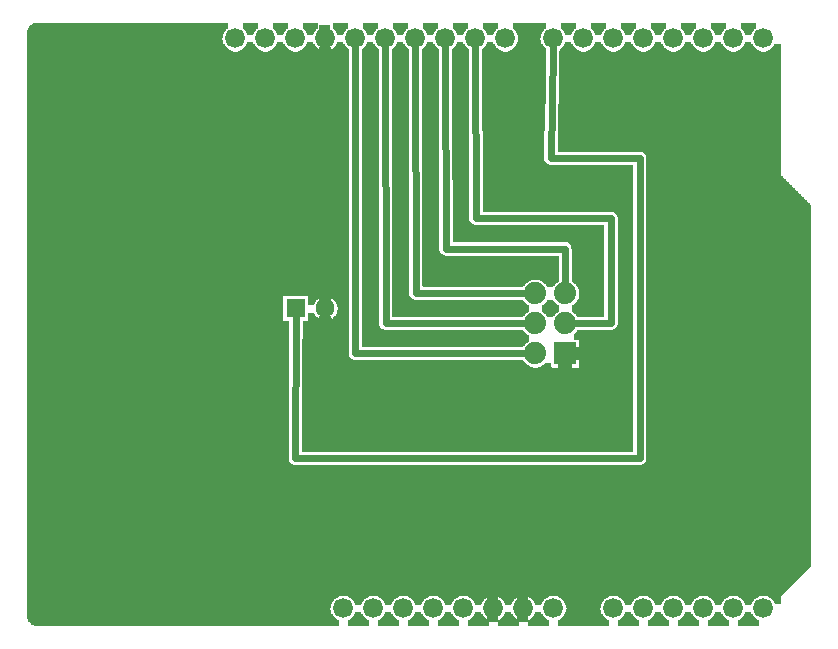
<source format=gtl>
G04 MADE WITH FRITZING*
G04 WWW.FRITZING.ORG*
G04 DOUBLE SIDED*
G04 HOLES PLATED*
G04 CONTOUR ON CENTER OF CONTOUR VECTOR*
%ASAXBY*%
%FSLAX23Y23*%
%MOIN*%
%OFA0B0*%
%SFA1.0B1.0*%
%ADD10C,0.075000*%
%ADD11C,0.062992*%
%ADD12C,0.074000*%
%ADD13C,0.066194*%
%ADD14C,0.066222*%
%ADD15R,0.062992X0.062992*%
%ADD16R,0.074000X0.074000*%
%ADD17C,0.048000*%
%ADD18C,0.024000*%
%LNCOPPER1*%
G90*
G70*
G54D10*
X132Y2012D03*
G54D11*
X948Y1107D03*
X1046Y1107D03*
G54D12*
X1746Y957D03*
X1746Y1057D03*
X1746Y1157D03*
X1846Y957D03*
X1846Y1057D03*
X1846Y1157D03*
G54D13*
X2106Y107D03*
X2206Y107D03*
X2306Y107D03*
X2406Y107D03*
X2506Y107D03*
G54D14*
X1646Y2007D03*
X1546Y2007D03*
X1446Y2007D03*
X1346Y2007D03*
X1246Y2007D03*
X1146Y2007D03*
X1046Y2007D03*
X946Y2007D03*
X846Y2007D03*
X746Y2007D03*
X2506Y2007D03*
X2406Y2007D03*
X2306Y2007D03*
X2206Y2007D03*
X2106Y2007D03*
X2006Y2007D03*
X1906Y2007D03*
X1806Y2007D03*
G54D13*
X1206Y107D03*
X1106Y107D03*
X1306Y107D03*
X1406Y107D03*
X1506Y107D03*
X1606Y107D03*
X1706Y107D03*
X1806Y107D03*
X2006Y107D03*
G54D15*
X948Y1107D03*
G54D16*
X1846Y957D03*
G54D17*
X1046Y1965D02*
X1046Y1145D01*
G54D18*
D02*
X1548Y1407D02*
X1546Y1976D01*
D02*
X1448Y1306D02*
X1446Y1976D01*
D02*
X1845Y1306D02*
X1448Y1306D01*
D02*
X1998Y1407D02*
X1548Y1407D01*
D02*
X1998Y1057D02*
X1998Y1407D01*
D02*
X1347Y1158D02*
X1346Y1976D01*
D02*
X1247Y1057D02*
X1246Y1976D01*
D02*
X2094Y1607D02*
X2094Y607D01*
D02*
X2094Y607D02*
X945Y607D01*
D02*
X945Y607D02*
X947Y1080D01*
D02*
X1797Y1607D02*
X2094Y1607D01*
D02*
X1805Y1976D02*
X1797Y1607D01*
D02*
X1146Y957D02*
X1715Y957D01*
D02*
X1877Y1057D02*
X1998Y1057D01*
D02*
X1846Y1188D02*
X1845Y1306D01*
D02*
X1715Y1157D02*
X1347Y1158D01*
D02*
X1715Y1057D02*
X1247Y1057D01*
D02*
X1146Y1976D02*
X1146Y957D01*
G54D17*
D02*
X1845Y708D02*
X1846Y914D01*
D02*
X1046Y708D02*
X1845Y708D01*
D02*
X1046Y1069D02*
X1046Y708D01*
G36*
X770Y2059D02*
X770Y2039D01*
X772Y2039D01*
X772Y2037D01*
X776Y2037D01*
X776Y2035D01*
X778Y2035D01*
X778Y2031D01*
X780Y2031D01*
X780Y2029D01*
X782Y2029D01*
X782Y2025D01*
X784Y2025D01*
X784Y2023D01*
X786Y2023D01*
X786Y2017D01*
X806Y2017D01*
X806Y2023D01*
X808Y2023D01*
X808Y2027D01*
X810Y2027D01*
X810Y2029D01*
X812Y2029D01*
X812Y2031D01*
X814Y2031D01*
X814Y2035D01*
X816Y2035D01*
X816Y2037D01*
X818Y2037D01*
X818Y2039D01*
X822Y2039D01*
X822Y2059D01*
X770Y2059D01*
G37*
D02*
G36*
X870Y2059D02*
X870Y2039D01*
X872Y2039D01*
X872Y2037D01*
X876Y2037D01*
X876Y2035D01*
X878Y2035D01*
X878Y2031D01*
X880Y2031D01*
X880Y2029D01*
X882Y2029D01*
X882Y2025D01*
X884Y2025D01*
X884Y2023D01*
X886Y2023D01*
X886Y2017D01*
X906Y2017D01*
X906Y2023D01*
X908Y2023D01*
X908Y2027D01*
X910Y2027D01*
X910Y2029D01*
X912Y2029D01*
X912Y2031D01*
X914Y2031D01*
X914Y2035D01*
X916Y2035D01*
X916Y2037D01*
X918Y2037D01*
X918Y2039D01*
X922Y2039D01*
X922Y2059D01*
X870Y2059D01*
G37*
D02*
G36*
X970Y2059D02*
X970Y2039D01*
X972Y2039D01*
X972Y2037D01*
X976Y2037D01*
X976Y2035D01*
X978Y2035D01*
X978Y2031D01*
X980Y2031D01*
X980Y2029D01*
X982Y2029D01*
X982Y2025D01*
X984Y2025D01*
X984Y2023D01*
X986Y2023D01*
X986Y2017D01*
X1006Y2017D01*
X1006Y2023D01*
X1008Y2023D01*
X1008Y2027D01*
X1010Y2027D01*
X1010Y2029D01*
X1012Y2029D01*
X1012Y2031D01*
X1014Y2031D01*
X1014Y2035D01*
X1016Y2035D01*
X1016Y2037D01*
X1018Y2037D01*
X1018Y2039D01*
X1022Y2039D01*
X1022Y2059D01*
X970Y2059D01*
G37*
D02*
G36*
X1070Y2059D02*
X1070Y2039D01*
X1072Y2039D01*
X1072Y2037D01*
X1076Y2037D01*
X1076Y2035D01*
X1078Y2035D01*
X1078Y2031D01*
X1080Y2031D01*
X1080Y2029D01*
X1082Y2029D01*
X1082Y2025D01*
X1084Y2025D01*
X1084Y2023D01*
X1086Y2023D01*
X1086Y2017D01*
X1106Y2017D01*
X1106Y2023D01*
X1108Y2023D01*
X1108Y2027D01*
X1110Y2027D01*
X1110Y2029D01*
X1112Y2029D01*
X1112Y2031D01*
X1114Y2031D01*
X1114Y2035D01*
X1116Y2035D01*
X1116Y2037D01*
X1118Y2037D01*
X1118Y2039D01*
X1122Y2039D01*
X1122Y2059D01*
X1070Y2059D01*
G37*
D02*
G36*
X1170Y2059D02*
X1170Y2039D01*
X1172Y2039D01*
X1172Y2037D01*
X1176Y2037D01*
X1176Y2035D01*
X1178Y2035D01*
X1178Y2031D01*
X1180Y2031D01*
X1180Y2029D01*
X1182Y2029D01*
X1182Y2025D01*
X1184Y2025D01*
X1184Y2023D01*
X1186Y2023D01*
X1186Y2017D01*
X1206Y2017D01*
X1206Y2023D01*
X1208Y2023D01*
X1208Y2027D01*
X1210Y2027D01*
X1210Y2029D01*
X1212Y2029D01*
X1212Y2031D01*
X1214Y2031D01*
X1214Y2035D01*
X1216Y2035D01*
X1216Y2037D01*
X1218Y2037D01*
X1218Y2039D01*
X1222Y2039D01*
X1222Y2059D01*
X1170Y2059D01*
G37*
D02*
G36*
X1270Y2059D02*
X1270Y2039D01*
X1272Y2039D01*
X1272Y2037D01*
X1276Y2037D01*
X1276Y2035D01*
X1278Y2035D01*
X1278Y2031D01*
X1280Y2031D01*
X1280Y2029D01*
X1282Y2029D01*
X1282Y2025D01*
X1284Y2025D01*
X1284Y2023D01*
X1286Y2023D01*
X1286Y2017D01*
X1306Y2017D01*
X1306Y2023D01*
X1308Y2023D01*
X1308Y2027D01*
X1310Y2027D01*
X1310Y2029D01*
X1312Y2029D01*
X1312Y2031D01*
X1314Y2031D01*
X1314Y2035D01*
X1316Y2035D01*
X1316Y2037D01*
X1318Y2037D01*
X1318Y2039D01*
X1322Y2039D01*
X1322Y2059D01*
X1270Y2059D01*
G37*
D02*
G36*
X1370Y2059D02*
X1370Y2039D01*
X1372Y2039D01*
X1372Y2037D01*
X1376Y2037D01*
X1376Y2035D01*
X1378Y2035D01*
X1378Y2031D01*
X1380Y2031D01*
X1380Y2029D01*
X1382Y2029D01*
X1382Y2025D01*
X1384Y2025D01*
X1384Y2023D01*
X1386Y2023D01*
X1386Y2017D01*
X1406Y2017D01*
X1406Y2023D01*
X1408Y2023D01*
X1408Y2027D01*
X1410Y2027D01*
X1410Y2029D01*
X1412Y2029D01*
X1412Y2031D01*
X1414Y2031D01*
X1414Y2035D01*
X1416Y2035D01*
X1416Y2037D01*
X1418Y2037D01*
X1418Y2039D01*
X1422Y2039D01*
X1422Y2059D01*
X1370Y2059D01*
G37*
D02*
G36*
X1470Y2059D02*
X1470Y2039D01*
X1472Y2039D01*
X1472Y2037D01*
X1476Y2037D01*
X1476Y2035D01*
X1478Y2035D01*
X1478Y2031D01*
X1480Y2031D01*
X1480Y2029D01*
X1482Y2029D01*
X1482Y2025D01*
X1484Y2025D01*
X1484Y2023D01*
X1486Y2023D01*
X1486Y2017D01*
X1506Y2017D01*
X1506Y2023D01*
X1508Y2023D01*
X1508Y2027D01*
X1510Y2027D01*
X1510Y2029D01*
X1512Y2029D01*
X1512Y2031D01*
X1514Y2031D01*
X1514Y2035D01*
X1516Y2035D01*
X1516Y2037D01*
X1518Y2037D01*
X1518Y2039D01*
X1522Y2039D01*
X1522Y2059D01*
X1470Y2059D01*
G37*
D02*
G36*
X1570Y2059D02*
X1570Y2039D01*
X1572Y2039D01*
X1572Y2037D01*
X1576Y2037D01*
X1576Y2035D01*
X1578Y2035D01*
X1578Y2031D01*
X1580Y2031D01*
X1580Y2029D01*
X1582Y2029D01*
X1582Y2025D01*
X1584Y2025D01*
X1584Y2023D01*
X1586Y2023D01*
X1586Y2017D01*
X1606Y2017D01*
X1606Y2023D01*
X1608Y2023D01*
X1608Y2027D01*
X1610Y2027D01*
X1610Y2029D01*
X1612Y2029D01*
X1612Y2031D01*
X1614Y2031D01*
X1614Y2035D01*
X1616Y2035D01*
X1616Y2037D01*
X1618Y2037D01*
X1618Y2039D01*
X1622Y2039D01*
X1622Y2059D01*
X1570Y2059D01*
G37*
D02*
G36*
X1830Y2059D02*
X1830Y2039D01*
X1832Y2039D01*
X1832Y2037D01*
X1836Y2037D01*
X1836Y2035D01*
X1838Y2035D01*
X1838Y2031D01*
X1840Y2031D01*
X1840Y2029D01*
X1842Y2029D01*
X1842Y2025D01*
X1844Y2025D01*
X1844Y2023D01*
X1846Y2023D01*
X1846Y2017D01*
X1866Y2017D01*
X1866Y2023D01*
X1868Y2023D01*
X1868Y2027D01*
X1870Y2027D01*
X1870Y2029D01*
X1872Y2029D01*
X1872Y2031D01*
X1874Y2031D01*
X1874Y2035D01*
X1876Y2035D01*
X1876Y2037D01*
X1878Y2037D01*
X1878Y2039D01*
X1882Y2039D01*
X1882Y2059D01*
X1830Y2059D01*
G37*
D02*
G36*
X1930Y2059D02*
X1930Y2039D01*
X1932Y2039D01*
X1932Y2037D01*
X1936Y2037D01*
X1936Y2035D01*
X1938Y2035D01*
X1938Y2031D01*
X1940Y2031D01*
X1940Y2029D01*
X1942Y2029D01*
X1942Y2025D01*
X1944Y2025D01*
X1944Y2023D01*
X1946Y2023D01*
X1946Y2017D01*
X1966Y2017D01*
X1966Y2023D01*
X1968Y2023D01*
X1968Y2027D01*
X1970Y2027D01*
X1970Y2029D01*
X1972Y2029D01*
X1972Y2031D01*
X1974Y2031D01*
X1974Y2035D01*
X1976Y2035D01*
X1976Y2037D01*
X1978Y2037D01*
X1978Y2039D01*
X1982Y2039D01*
X1982Y2059D01*
X1930Y2059D01*
G37*
D02*
G36*
X2030Y2059D02*
X2030Y2039D01*
X2032Y2039D01*
X2032Y2037D01*
X2036Y2037D01*
X2036Y2035D01*
X2038Y2035D01*
X2038Y2031D01*
X2040Y2031D01*
X2040Y2029D01*
X2042Y2029D01*
X2042Y2025D01*
X2044Y2025D01*
X2044Y2023D01*
X2046Y2023D01*
X2046Y2017D01*
X2066Y2017D01*
X2066Y2023D01*
X2068Y2023D01*
X2068Y2027D01*
X2070Y2027D01*
X2070Y2029D01*
X2072Y2029D01*
X2072Y2031D01*
X2074Y2031D01*
X2074Y2035D01*
X2076Y2035D01*
X2076Y2037D01*
X2078Y2037D01*
X2078Y2039D01*
X2082Y2039D01*
X2082Y2059D01*
X2030Y2059D01*
G37*
D02*
G36*
X2130Y2059D02*
X2130Y2039D01*
X2132Y2039D01*
X2132Y2037D01*
X2136Y2037D01*
X2136Y2035D01*
X2138Y2035D01*
X2138Y2031D01*
X2140Y2031D01*
X2140Y2029D01*
X2142Y2029D01*
X2142Y2025D01*
X2144Y2025D01*
X2144Y2023D01*
X2146Y2023D01*
X2146Y2017D01*
X2166Y2017D01*
X2166Y2023D01*
X2168Y2023D01*
X2168Y2027D01*
X2170Y2027D01*
X2170Y2029D01*
X2172Y2029D01*
X2172Y2031D01*
X2174Y2031D01*
X2174Y2035D01*
X2176Y2035D01*
X2176Y2037D01*
X2178Y2037D01*
X2178Y2039D01*
X2182Y2039D01*
X2182Y2059D01*
X2130Y2059D01*
G37*
D02*
G36*
X2230Y2059D02*
X2230Y2039D01*
X2232Y2039D01*
X2232Y2037D01*
X2236Y2037D01*
X2236Y2035D01*
X2238Y2035D01*
X2238Y2031D01*
X2240Y2031D01*
X2240Y2029D01*
X2242Y2029D01*
X2242Y2025D01*
X2244Y2025D01*
X2244Y2023D01*
X2246Y2023D01*
X2246Y2017D01*
X2266Y2017D01*
X2266Y2023D01*
X2268Y2023D01*
X2268Y2027D01*
X2270Y2027D01*
X2270Y2029D01*
X2272Y2029D01*
X2272Y2031D01*
X2274Y2031D01*
X2274Y2035D01*
X2276Y2035D01*
X2276Y2037D01*
X2278Y2037D01*
X2278Y2039D01*
X2282Y2039D01*
X2282Y2059D01*
X2230Y2059D01*
G37*
D02*
G36*
X2330Y2059D02*
X2330Y2039D01*
X2332Y2039D01*
X2332Y2037D01*
X2336Y2037D01*
X2336Y2035D01*
X2338Y2035D01*
X2338Y2031D01*
X2340Y2031D01*
X2340Y2029D01*
X2342Y2029D01*
X2342Y2025D01*
X2344Y2025D01*
X2344Y2023D01*
X2346Y2023D01*
X2346Y2017D01*
X2366Y2017D01*
X2366Y2023D01*
X2368Y2023D01*
X2368Y2027D01*
X2370Y2027D01*
X2370Y2029D01*
X2372Y2029D01*
X2372Y2031D01*
X2374Y2031D01*
X2374Y2035D01*
X2376Y2035D01*
X2376Y2037D01*
X2378Y2037D01*
X2378Y2039D01*
X2382Y2039D01*
X2382Y2059D01*
X2330Y2059D01*
G37*
D02*
G36*
X2430Y2059D02*
X2430Y2039D01*
X2432Y2039D01*
X2432Y2037D01*
X2436Y2037D01*
X2436Y2035D01*
X2438Y2035D01*
X2438Y2031D01*
X2440Y2031D01*
X2440Y2029D01*
X2442Y2029D01*
X2442Y2025D01*
X2444Y2025D01*
X2444Y2023D01*
X2446Y2023D01*
X2446Y2017D01*
X2466Y2017D01*
X2466Y2023D01*
X2468Y2023D01*
X2468Y2027D01*
X2470Y2027D01*
X2470Y2029D01*
X2472Y2029D01*
X2472Y2031D01*
X2474Y2031D01*
X2474Y2035D01*
X2476Y2035D01*
X2476Y2037D01*
X2478Y2037D01*
X2478Y2039D01*
X2482Y2039D01*
X2482Y2059D01*
X2430Y2059D01*
G37*
D02*
G36*
X1186Y1995D02*
X1186Y1989D01*
X1184Y1989D01*
X1184Y1987D01*
X1182Y1987D01*
X1182Y1983D01*
X1180Y1983D01*
X1180Y1981D01*
X1178Y1981D01*
X1178Y1979D01*
X1176Y1979D01*
X1176Y1977D01*
X1174Y1977D01*
X1174Y1975D01*
X1172Y1975D01*
X1172Y1973D01*
X1170Y1973D01*
X1170Y1971D01*
X1168Y1971D01*
X1168Y979D01*
X1706Y979D01*
X1706Y981D01*
X1708Y981D01*
X1708Y983D01*
X1710Y983D01*
X1710Y985D01*
X1712Y985D01*
X1712Y987D01*
X1714Y987D01*
X1714Y989D01*
X1716Y989D01*
X1716Y991D01*
X1718Y991D01*
X1718Y993D01*
X1720Y993D01*
X1720Y995D01*
X1724Y995D01*
X1724Y1017D01*
X1720Y1017D01*
X1720Y1019D01*
X1718Y1019D01*
X1718Y1021D01*
X1716Y1021D01*
X1716Y1023D01*
X1714Y1023D01*
X1714Y1025D01*
X1712Y1025D01*
X1712Y1027D01*
X1710Y1027D01*
X1710Y1029D01*
X1708Y1029D01*
X1708Y1033D01*
X1706Y1033D01*
X1706Y1035D01*
X1240Y1035D01*
X1240Y1037D01*
X1234Y1037D01*
X1234Y1039D01*
X1232Y1039D01*
X1232Y1041D01*
X1230Y1041D01*
X1230Y1043D01*
X1228Y1043D01*
X1228Y1047D01*
X1226Y1047D01*
X1226Y1053D01*
X1224Y1053D01*
X1224Y1971D01*
X1222Y1971D01*
X1222Y1973D01*
X1220Y1973D01*
X1220Y1975D01*
X1218Y1975D01*
X1218Y1977D01*
X1216Y1977D01*
X1216Y1979D01*
X1214Y1979D01*
X1214Y1981D01*
X1212Y1981D01*
X1212Y1983D01*
X1210Y1983D01*
X1210Y1987D01*
X1208Y1987D01*
X1208Y1989D01*
X1206Y1989D01*
X1206Y1995D01*
X1186Y1995D01*
G37*
D02*
G36*
X1286Y1995D02*
X1286Y1989D01*
X1284Y1989D01*
X1284Y1987D01*
X1282Y1987D01*
X1282Y1983D01*
X1280Y1983D01*
X1280Y1981D01*
X1278Y1981D01*
X1278Y1979D01*
X1276Y1979D01*
X1276Y1977D01*
X1274Y1977D01*
X1274Y1975D01*
X1272Y1975D01*
X1272Y1973D01*
X1270Y1973D01*
X1270Y1971D01*
X1268Y1971D01*
X1268Y1079D01*
X1706Y1079D01*
X1706Y1081D01*
X1708Y1081D01*
X1708Y1083D01*
X1710Y1083D01*
X1710Y1085D01*
X1712Y1085D01*
X1712Y1087D01*
X1714Y1087D01*
X1714Y1089D01*
X1716Y1089D01*
X1716Y1091D01*
X1718Y1091D01*
X1718Y1093D01*
X1720Y1093D01*
X1720Y1095D01*
X1724Y1095D01*
X1724Y1117D01*
X1720Y1117D01*
X1720Y1119D01*
X1718Y1119D01*
X1718Y1121D01*
X1716Y1121D01*
X1716Y1123D01*
X1714Y1123D01*
X1714Y1125D01*
X1712Y1125D01*
X1712Y1127D01*
X1710Y1127D01*
X1710Y1129D01*
X1708Y1129D01*
X1708Y1133D01*
X1706Y1133D01*
X1706Y1135D01*
X1342Y1135D01*
X1342Y1137D01*
X1336Y1137D01*
X1336Y1139D01*
X1334Y1139D01*
X1334Y1141D01*
X1332Y1141D01*
X1332Y1143D01*
X1330Y1143D01*
X1330Y1145D01*
X1328Y1145D01*
X1328Y1149D01*
X1326Y1149D01*
X1326Y1175D01*
X1324Y1175D01*
X1324Y1971D01*
X1322Y1971D01*
X1322Y1973D01*
X1320Y1973D01*
X1320Y1975D01*
X1318Y1975D01*
X1318Y1977D01*
X1316Y1977D01*
X1316Y1979D01*
X1314Y1979D01*
X1314Y1981D01*
X1312Y1981D01*
X1312Y1983D01*
X1310Y1983D01*
X1310Y1987D01*
X1308Y1987D01*
X1308Y1989D01*
X1306Y1989D01*
X1306Y1995D01*
X1286Y1995D01*
G37*
D02*
G36*
X1386Y1995D02*
X1386Y1989D01*
X1384Y1989D01*
X1384Y1987D01*
X1382Y1987D01*
X1382Y1983D01*
X1380Y1983D01*
X1380Y1981D01*
X1378Y1981D01*
X1378Y1979D01*
X1376Y1979D01*
X1376Y1977D01*
X1374Y1977D01*
X1374Y1975D01*
X1372Y1975D01*
X1372Y1973D01*
X1370Y1973D01*
X1370Y1971D01*
X1368Y1971D01*
X1368Y1203D01*
X1756Y1203D01*
X1756Y1201D01*
X1760Y1201D01*
X1760Y1199D01*
X1766Y1199D01*
X1766Y1197D01*
X1768Y1197D01*
X1768Y1195D01*
X1772Y1195D01*
X1772Y1193D01*
X1774Y1193D01*
X1774Y1191D01*
X1776Y1191D01*
X1776Y1189D01*
X1778Y1189D01*
X1778Y1187D01*
X1780Y1187D01*
X1780Y1185D01*
X1782Y1185D01*
X1782Y1183D01*
X1784Y1183D01*
X1784Y1181D01*
X1786Y1181D01*
X1786Y1177D01*
X1806Y1177D01*
X1806Y1181D01*
X1808Y1181D01*
X1808Y1183D01*
X1810Y1183D01*
X1810Y1185D01*
X1812Y1185D01*
X1812Y1187D01*
X1814Y1187D01*
X1814Y1189D01*
X1816Y1189D01*
X1816Y1191D01*
X1818Y1191D01*
X1818Y1193D01*
X1820Y1193D01*
X1820Y1195D01*
X1824Y1195D01*
X1824Y1283D01*
X1444Y1283D01*
X1444Y1285D01*
X1438Y1285D01*
X1438Y1287D01*
X1434Y1287D01*
X1434Y1289D01*
X1432Y1289D01*
X1432Y1291D01*
X1430Y1291D01*
X1430Y1293D01*
X1428Y1293D01*
X1428Y1297D01*
X1426Y1297D01*
X1426Y1533D01*
X1424Y1533D01*
X1424Y1971D01*
X1422Y1971D01*
X1422Y1973D01*
X1420Y1973D01*
X1420Y1975D01*
X1418Y1975D01*
X1418Y1977D01*
X1416Y1977D01*
X1416Y1979D01*
X1414Y1979D01*
X1414Y1981D01*
X1412Y1981D01*
X1412Y1983D01*
X1410Y1983D01*
X1410Y1987D01*
X1408Y1987D01*
X1408Y1989D01*
X1406Y1989D01*
X1406Y1995D01*
X1386Y1995D01*
G37*
D02*
G36*
X1368Y1203D02*
X1368Y1183D01*
X1370Y1183D01*
X1370Y1179D01*
X1706Y1179D01*
X1706Y1181D01*
X1708Y1181D01*
X1708Y1183D01*
X1710Y1183D01*
X1710Y1185D01*
X1712Y1185D01*
X1712Y1187D01*
X1714Y1187D01*
X1714Y1189D01*
X1716Y1189D01*
X1716Y1191D01*
X1718Y1191D01*
X1718Y1193D01*
X1720Y1193D01*
X1720Y1195D01*
X1724Y1195D01*
X1724Y1197D01*
X1726Y1197D01*
X1726Y1199D01*
X1732Y1199D01*
X1732Y1201D01*
X1736Y1201D01*
X1736Y1203D01*
X1368Y1203D01*
G37*
D02*
G36*
X1486Y1995D02*
X1486Y1989D01*
X1484Y1989D01*
X1484Y1987D01*
X1482Y1987D01*
X1482Y1983D01*
X1480Y1983D01*
X1480Y1981D01*
X1478Y1981D01*
X1478Y1979D01*
X1476Y1979D01*
X1476Y1977D01*
X1474Y1977D01*
X1474Y1975D01*
X1472Y1975D01*
X1472Y1973D01*
X1470Y1973D01*
X1470Y1971D01*
X1468Y1971D01*
X1468Y1535D01*
X1470Y1535D01*
X1470Y1327D01*
X1854Y1327D01*
X1854Y1325D01*
X1858Y1325D01*
X1858Y1323D01*
X1860Y1323D01*
X1860Y1321D01*
X1862Y1321D01*
X1862Y1319D01*
X1864Y1319D01*
X1864Y1315D01*
X1866Y1315D01*
X1866Y1305D01*
X1868Y1305D01*
X1868Y1195D01*
X1872Y1195D01*
X1872Y1193D01*
X1874Y1193D01*
X1874Y1191D01*
X1876Y1191D01*
X1876Y1189D01*
X1878Y1189D01*
X1878Y1187D01*
X1880Y1187D01*
X1880Y1185D01*
X1882Y1185D01*
X1882Y1183D01*
X1884Y1183D01*
X1884Y1181D01*
X1886Y1181D01*
X1886Y1177D01*
X1888Y1177D01*
X1888Y1173D01*
X1890Y1173D01*
X1890Y1167D01*
X1892Y1167D01*
X1892Y1145D01*
X1890Y1145D01*
X1890Y1139D01*
X1888Y1139D01*
X1888Y1135D01*
X1886Y1135D01*
X1886Y1133D01*
X1884Y1133D01*
X1884Y1129D01*
X1882Y1129D01*
X1882Y1127D01*
X1880Y1127D01*
X1880Y1125D01*
X1878Y1125D01*
X1878Y1123D01*
X1876Y1123D01*
X1876Y1121D01*
X1874Y1121D01*
X1874Y1119D01*
X1872Y1119D01*
X1872Y1117D01*
X1868Y1117D01*
X1868Y1095D01*
X1872Y1095D01*
X1872Y1093D01*
X1874Y1093D01*
X1874Y1091D01*
X1876Y1091D01*
X1876Y1089D01*
X1878Y1089D01*
X1878Y1087D01*
X1880Y1087D01*
X1880Y1085D01*
X1882Y1085D01*
X1882Y1083D01*
X1884Y1083D01*
X1884Y1081D01*
X1886Y1081D01*
X1886Y1079D01*
X1976Y1079D01*
X1976Y1385D01*
X1540Y1385D01*
X1540Y1387D01*
X1536Y1387D01*
X1536Y1389D01*
X1534Y1389D01*
X1534Y1391D01*
X1532Y1391D01*
X1532Y1393D01*
X1530Y1393D01*
X1530Y1395D01*
X1528Y1395D01*
X1528Y1399D01*
X1526Y1399D01*
X1526Y1693D01*
X1524Y1693D01*
X1524Y1971D01*
X1522Y1971D01*
X1522Y1973D01*
X1520Y1973D01*
X1520Y1975D01*
X1518Y1975D01*
X1518Y1977D01*
X1516Y1977D01*
X1516Y1979D01*
X1514Y1979D01*
X1514Y1981D01*
X1512Y1981D01*
X1512Y1983D01*
X1510Y1983D01*
X1510Y1987D01*
X1508Y1987D01*
X1508Y1989D01*
X1506Y1989D01*
X1506Y1995D01*
X1486Y1995D01*
G37*
D02*
G36*
X1786Y1135D02*
X1786Y1133D01*
X1784Y1133D01*
X1784Y1129D01*
X1782Y1129D01*
X1782Y1127D01*
X1780Y1127D01*
X1780Y1125D01*
X1778Y1125D01*
X1778Y1123D01*
X1776Y1123D01*
X1776Y1121D01*
X1774Y1121D01*
X1774Y1119D01*
X1772Y1119D01*
X1772Y1117D01*
X1768Y1117D01*
X1768Y1095D01*
X1772Y1095D01*
X1772Y1093D01*
X1774Y1093D01*
X1774Y1091D01*
X1776Y1091D01*
X1776Y1089D01*
X1778Y1089D01*
X1778Y1087D01*
X1780Y1087D01*
X1780Y1085D01*
X1782Y1085D01*
X1782Y1083D01*
X1784Y1083D01*
X1784Y1081D01*
X1786Y1081D01*
X1786Y1077D01*
X1806Y1077D01*
X1806Y1081D01*
X1808Y1081D01*
X1808Y1083D01*
X1810Y1083D01*
X1810Y1085D01*
X1812Y1085D01*
X1812Y1087D01*
X1814Y1087D01*
X1814Y1089D01*
X1816Y1089D01*
X1816Y1091D01*
X1818Y1091D01*
X1818Y1093D01*
X1820Y1093D01*
X1820Y1095D01*
X1824Y1095D01*
X1824Y1117D01*
X1820Y1117D01*
X1820Y1119D01*
X1818Y1119D01*
X1818Y1121D01*
X1816Y1121D01*
X1816Y1123D01*
X1814Y1123D01*
X1814Y1125D01*
X1812Y1125D01*
X1812Y1127D01*
X1810Y1127D01*
X1810Y1129D01*
X1808Y1129D01*
X1808Y1133D01*
X1806Y1133D01*
X1806Y1135D01*
X1786Y1135D01*
G37*
D02*
G36*
X76Y2059D02*
X76Y2057D01*
X70Y2057D01*
X70Y2055D01*
X68Y2055D01*
X68Y2053D01*
X64Y2053D01*
X64Y2051D01*
X62Y2051D01*
X62Y2049D01*
X60Y2049D01*
X60Y2047D01*
X58Y2047D01*
X58Y2043D01*
X56Y2043D01*
X56Y2041D01*
X54Y2041D01*
X54Y2035D01*
X52Y2035D01*
X52Y1963D01*
X738Y1963D01*
X738Y1965D01*
X732Y1965D01*
X732Y1967D01*
X728Y1967D01*
X728Y1969D01*
X724Y1969D01*
X724Y1971D01*
X722Y1971D01*
X722Y1973D01*
X720Y1973D01*
X720Y1975D01*
X718Y1975D01*
X718Y1977D01*
X716Y1977D01*
X716Y1979D01*
X714Y1979D01*
X714Y1981D01*
X712Y1981D01*
X712Y1983D01*
X710Y1983D01*
X710Y1987D01*
X708Y1987D01*
X708Y1989D01*
X706Y1989D01*
X706Y1995D01*
X704Y1995D01*
X704Y2003D01*
X702Y2003D01*
X702Y2009D01*
X704Y2009D01*
X704Y2017D01*
X706Y2017D01*
X706Y2023D01*
X708Y2023D01*
X708Y2027D01*
X710Y2027D01*
X710Y2029D01*
X712Y2029D01*
X712Y2031D01*
X714Y2031D01*
X714Y2035D01*
X716Y2035D01*
X716Y2037D01*
X718Y2037D01*
X718Y2039D01*
X722Y2039D01*
X722Y2059D01*
X76Y2059D01*
G37*
D02*
G36*
X1670Y2059D02*
X1670Y2039D01*
X1672Y2039D01*
X1672Y2037D01*
X1676Y2037D01*
X1676Y2035D01*
X1678Y2035D01*
X1678Y2031D01*
X1680Y2031D01*
X1680Y2029D01*
X1682Y2029D01*
X1682Y2025D01*
X1684Y2025D01*
X1684Y2023D01*
X1686Y2023D01*
X1686Y2017D01*
X1688Y2017D01*
X1688Y1995D01*
X1686Y1995D01*
X1686Y1989D01*
X1684Y1989D01*
X1684Y1987D01*
X1682Y1987D01*
X1682Y1983D01*
X1680Y1983D01*
X1680Y1981D01*
X1678Y1981D01*
X1678Y1979D01*
X1676Y1979D01*
X1676Y1977D01*
X1674Y1977D01*
X1674Y1975D01*
X1672Y1975D01*
X1672Y1973D01*
X1670Y1973D01*
X1670Y1971D01*
X1668Y1971D01*
X1668Y1969D01*
X1664Y1969D01*
X1664Y1967D01*
X1660Y1967D01*
X1660Y1965D01*
X1654Y1965D01*
X1654Y1963D01*
X1782Y1963D01*
X1782Y1973D01*
X1780Y1973D01*
X1780Y1975D01*
X1778Y1975D01*
X1778Y1977D01*
X1776Y1977D01*
X1776Y1979D01*
X1774Y1979D01*
X1774Y1981D01*
X1772Y1981D01*
X1772Y1983D01*
X1770Y1983D01*
X1770Y1987D01*
X1768Y1987D01*
X1768Y1989D01*
X1766Y1989D01*
X1766Y1995D01*
X1764Y1995D01*
X1764Y2003D01*
X1762Y2003D01*
X1762Y2009D01*
X1764Y2009D01*
X1764Y2017D01*
X1766Y2017D01*
X1766Y2023D01*
X1768Y2023D01*
X1768Y2027D01*
X1770Y2027D01*
X1770Y2029D01*
X1772Y2029D01*
X1772Y2031D01*
X1774Y2031D01*
X1774Y2035D01*
X1776Y2035D01*
X1776Y2037D01*
X1778Y2037D01*
X1778Y2039D01*
X1782Y2039D01*
X1782Y2059D01*
X1670Y2059D01*
G37*
D02*
G36*
X786Y1995D02*
X786Y1989D01*
X784Y1989D01*
X784Y1987D01*
X782Y1987D01*
X782Y1983D01*
X780Y1983D01*
X780Y1981D01*
X778Y1981D01*
X778Y1979D01*
X776Y1979D01*
X776Y1977D01*
X774Y1977D01*
X774Y1975D01*
X772Y1975D01*
X772Y1973D01*
X770Y1973D01*
X770Y1971D01*
X768Y1971D01*
X768Y1969D01*
X764Y1969D01*
X764Y1967D01*
X760Y1967D01*
X760Y1965D01*
X754Y1965D01*
X754Y1963D01*
X838Y1963D01*
X838Y1965D01*
X832Y1965D01*
X832Y1967D01*
X828Y1967D01*
X828Y1969D01*
X824Y1969D01*
X824Y1971D01*
X822Y1971D01*
X822Y1973D01*
X820Y1973D01*
X820Y1975D01*
X818Y1975D01*
X818Y1977D01*
X816Y1977D01*
X816Y1979D01*
X814Y1979D01*
X814Y1981D01*
X812Y1981D01*
X812Y1983D01*
X810Y1983D01*
X810Y1987D01*
X808Y1987D01*
X808Y1989D01*
X806Y1989D01*
X806Y1995D01*
X786Y1995D01*
G37*
D02*
G36*
X886Y1995D02*
X886Y1989D01*
X884Y1989D01*
X884Y1987D01*
X882Y1987D01*
X882Y1983D01*
X880Y1983D01*
X880Y1981D01*
X878Y1981D01*
X878Y1979D01*
X876Y1979D01*
X876Y1977D01*
X874Y1977D01*
X874Y1975D01*
X872Y1975D01*
X872Y1973D01*
X870Y1973D01*
X870Y1971D01*
X868Y1971D01*
X868Y1969D01*
X864Y1969D01*
X864Y1967D01*
X860Y1967D01*
X860Y1965D01*
X854Y1965D01*
X854Y1963D01*
X938Y1963D01*
X938Y1965D01*
X932Y1965D01*
X932Y1967D01*
X928Y1967D01*
X928Y1969D01*
X924Y1969D01*
X924Y1971D01*
X922Y1971D01*
X922Y1973D01*
X920Y1973D01*
X920Y1975D01*
X918Y1975D01*
X918Y1977D01*
X916Y1977D01*
X916Y1979D01*
X914Y1979D01*
X914Y1981D01*
X912Y1981D01*
X912Y1983D01*
X910Y1983D01*
X910Y1987D01*
X908Y1987D01*
X908Y1989D01*
X906Y1989D01*
X906Y1995D01*
X886Y1995D01*
G37*
D02*
G36*
X986Y1995D02*
X986Y1989D01*
X984Y1989D01*
X984Y1987D01*
X982Y1987D01*
X982Y1983D01*
X980Y1983D01*
X980Y1981D01*
X978Y1981D01*
X978Y1979D01*
X976Y1979D01*
X976Y1977D01*
X974Y1977D01*
X974Y1975D01*
X972Y1975D01*
X972Y1973D01*
X970Y1973D01*
X970Y1971D01*
X968Y1971D01*
X968Y1969D01*
X964Y1969D01*
X964Y1967D01*
X960Y1967D01*
X960Y1965D01*
X954Y1965D01*
X954Y1963D01*
X1038Y1963D01*
X1038Y1965D01*
X1032Y1965D01*
X1032Y1967D01*
X1028Y1967D01*
X1028Y1969D01*
X1024Y1969D01*
X1024Y1971D01*
X1022Y1971D01*
X1022Y1973D01*
X1020Y1973D01*
X1020Y1975D01*
X1018Y1975D01*
X1018Y1977D01*
X1016Y1977D01*
X1016Y1979D01*
X1014Y1979D01*
X1014Y1981D01*
X1012Y1981D01*
X1012Y1983D01*
X1010Y1983D01*
X1010Y1987D01*
X1008Y1987D01*
X1008Y1989D01*
X1006Y1989D01*
X1006Y1995D01*
X986Y1995D01*
G37*
D02*
G36*
X1086Y1995D02*
X1086Y1989D01*
X1084Y1989D01*
X1084Y1987D01*
X1082Y1987D01*
X1082Y1983D01*
X1080Y1983D01*
X1080Y1981D01*
X1078Y1981D01*
X1078Y1979D01*
X1076Y1979D01*
X1076Y1977D01*
X1074Y1977D01*
X1074Y1975D01*
X1072Y1975D01*
X1072Y1973D01*
X1070Y1973D01*
X1070Y1971D01*
X1068Y1971D01*
X1068Y1969D01*
X1064Y1969D01*
X1064Y1967D01*
X1060Y1967D01*
X1060Y1965D01*
X1054Y1965D01*
X1054Y1963D01*
X1124Y1963D01*
X1124Y1971D01*
X1122Y1971D01*
X1122Y1973D01*
X1120Y1973D01*
X1120Y1975D01*
X1118Y1975D01*
X1118Y1977D01*
X1116Y1977D01*
X1116Y1979D01*
X1114Y1979D01*
X1114Y1981D01*
X1112Y1981D01*
X1112Y1983D01*
X1110Y1983D01*
X1110Y1987D01*
X1108Y1987D01*
X1108Y1989D01*
X1106Y1989D01*
X1106Y1995D01*
X1086Y1995D01*
G37*
D02*
G36*
X1586Y1995D02*
X1586Y1989D01*
X1584Y1989D01*
X1584Y1987D01*
X1582Y1987D01*
X1582Y1983D01*
X1580Y1983D01*
X1580Y1981D01*
X1578Y1981D01*
X1578Y1979D01*
X1576Y1979D01*
X1576Y1977D01*
X1574Y1977D01*
X1574Y1975D01*
X1572Y1975D01*
X1572Y1973D01*
X1570Y1973D01*
X1570Y1971D01*
X1568Y1971D01*
X1568Y1963D01*
X1638Y1963D01*
X1638Y1965D01*
X1632Y1965D01*
X1632Y1967D01*
X1628Y1967D01*
X1628Y1969D01*
X1624Y1969D01*
X1624Y1971D01*
X1622Y1971D01*
X1622Y1973D01*
X1620Y1973D01*
X1620Y1975D01*
X1616Y1975D01*
X1616Y1979D01*
X1614Y1979D01*
X1614Y1981D01*
X1612Y1981D01*
X1612Y1983D01*
X1610Y1983D01*
X1610Y1987D01*
X1608Y1987D01*
X1608Y1989D01*
X1606Y1989D01*
X1606Y1995D01*
X1586Y1995D01*
G37*
D02*
G36*
X1846Y1995D02*
X1846Y1989D01*
X1844Y1989D01*
X1844Y1987D01*
X1842Y1987D01*
X1842Y1983D01*
X1840Y1983D01*
X1840Y1981D01*
X1838Y1981D01*
X1838Y1979D01*
X1836Y1979D01*
X1836Y1977D01*
X1834Y1977D01*
X1834Y1975D01*
X1832Y1975D01*
X1832Y1973D01*
X1830Y1973D01*
X1830Y1971D01*
X1828Y1971D01*
X1828Y1965D01*
X1826Y1965D01*
X1826Y1963D01*
X1898Y1963D01*
X1898Y1965D01*
X1892Y1965D01*
X1892Y1967D01*
X1888Y1967D01*
X1888Y1969D01*
X1884Y1969D01*
X1884Y1971D01*
X1882Y1971D01*
X1882Y1973D01*
X1880Y1973D01*
X1880Y1975D01*
X1878Y1975D01*
X1878Y1977D01*
X1876Y1977D01*
X1876Y1979D01*
X1874Y1979D01*
X1874Y1981D01*
X1872Y1981D01*
X1872Y1983D01*
X1870Y1983D01*
X1870Y1987D01*
X1868Y1987D01*
X1868Y1989D01*
X1866Y1989D01*
X1866Y1995D01*
X1846Y1995D01*
G37*
D02*
G36*
X1946Y1995D02*
X1946Y1989D01*
X1944Y1989D01*
X1944Y1987D01*
X1942Y1987D01*
X1942Y1983D01*
X1940Y1983D01*
X1940Y1981D01*
X1938Y1981D01*
X1938Y1979D01*
X1936Y1979D01*
X1936Y1977D01*
X1934Y1977D01*
X1934Y1975D01*
X1932Y1975D01*
X1932Y1973D01*
X1930Y1973D01*
X1930Y1971D01*
X1928Y1971D01*
X1928Y1969D01*
X1924Y1969D01*
X1924Y1967D01*
X1920Y1967D01*
X1920Y1965D01*
X1914Y1965D01*
X1914Y1963D01*
X1998Y1963D01*
X1998Y1965D01*
X1992Y1965D01*
X1992Y1967D01*
X1988Y1967D01*
X1988Y1969D01*
X1984Y1969D01*
X1984Y1971D01*
X1982Y1971D01*
X1982Y1973D01*
X1980Y1973D01*
X1980Y1975D01*
X1978Y1975D01*
X1978Y1977D01*
X1976Y1977D01*
X1976Y1979D01*
X1974Y1979D01*
X1974Y1981D01*
X1972Y1981D01*
X1972Y1983D01*
X1970Y1983D01*
X1970Y1987D01*
X1968Y1987D01*
X1968Y1989D01*
X1966Y1989D01*
X1966Y1995D01*
X1946Y1995D01*
G37*
D02*
G36*
X2046Y1995D02*
X2046Y1989D01*
X2044Y1989D01*
X2044Y1987D01*
X2042Y1987D01*
X2042Y1983D01*
X2040Y1983D01*
X2040Y1981D01*
X2038Y1981D01*
X2038Y1979D01*
X2036Y1979D01*
X2036Y1977D01*
X2034Y1977D01*
X2034Y1975D01*
X2032Y1975D01*
X2032Y1973D01*
X2030Y1973D01*
X2030Y1971D01*
X2028Y1971D01*
X2028Y1969D01*
X2024Y1969D01*
X2024Y1967D01*
X2020Y1967D01*
X2020Y1965D01*
X2014Y1965D01*
X2014Y1963D01*
X2098Y1963D01*
X2098Y1965D01*
X2092Y1965D01*
X2092Y1967D01*
X2088Y1967D01*
X2088Y1969D01*
X2084Y1969D01*
X2084Y1971D01*
X2082Y1971D01*
X2082Y1973D01*
X2080Y1973D01*
X2080Y1975D01*
X2078Y1975D01*
X2078Y1977D01*
X2076Y1977D01*
X2076Y1979D01*
X2074Y1979D01*
X2074Y1981D01*
X2072Y1981D01*
X2072Y1983D01*
X2070Y1983D01*
X2070Y1987D01*
X2068Y1987D01*
X2068Y1989D01*
X2066Y1989D01*
X2066Y1995D01*
X2046Y1995D01*
G37*
D02*
G36*
X2146Y1995D02*
X2146Y1989D01*
X2144Y1989D01*
X2144Y1987D01*
X2142Y1987D01*
X2142Y1983D01*
X2140Y1983D01*
X2140Y1981D01*
X2138Y1981D01*
X2138Y1979D01*
X2136Y1979D01*
X2136Y1977D01*
X2134Y1977D01*
X2134Y1975D01*
X2132Y1975D01*
X2132Y1973D01*
X2130Y1973D01*
X2130Y1971D01*
X2128Y1971D01*
X2128Y1969D01*
X2124Y1969D01*
X2124Y1967D01*
X2120Y1967D01*
X2120Y1965D01*
X2114Y1965D01*
X2114Y1963D01*
X2198Y1963D01*
X2198Y1965D01*
X2192Y1965D01*
X2192Y1967D01*
X2188Y1967D01*
X2188Y1969D01*
X2184Y1969D01*
X2184Y1971D01*
X2182Y1971D01*
X2182Y1973D01*
X2180Y1973D01*
X2180Y1975D01*
X2176Y1975D01*
X2176Y1979D01*
X2174Y1979D01*
X2174Y1981D01*
X2172Y1981D01*
X2172Y1983D01*
X2170Y1983D01*
X2170Y1987D01*
X2168Y1987D01*
X2168Y1989D01*
X2166Y1989D01*
X2166Y1995D01*
X2146Y1995D01*
G37*
D02*
G36*
X2246Y1995D02*
X2246Y1989D01*
X2244Y1989D01*
X2244Y1987D01*
X2242Y1987D01*
X2242Y1983D01*
X2240Y1983D01*
X2240Y1981D01*
X2238Y1981D01*
X2238Y1979D01*
X2236Y1979D01*
X2236Y1977D01*
X2234Y1977D01*
X2234Y1975D01*
X2232Y1975D01*
X2232Y1973D01*
X2230Y1973D01*
X2230Y1971D01*
X2228Y1971D01*
X2228Y1969D01*
X2224Y1969D01*
X2224Y1967D01*
X2220Y1967D01*
X2220Y1965D01*
X2214Y1965D01*
X2214Y1963D01*
X2298Y1963D01*
X2298Y1965D01*
X2292Y1965D01*
X2292Y1967D01*
X2288Y1967D01*
X2288Y1969D01*
X2284Y1969D01*
X2284Y1971D01*
X2282Y1971D01*
X2282Y1973D01*
X2280Y1973D01*
X2280Y1975D01*
X2278Y1975D01*
X2278Y1977D01*
X2276Y1977D01*
X2276Y1979D01*
X2274Y1979D01*
X2274Y1981D01*
X2272Y1981D01*
X2272Y1983D01*
X2270Y1983D01*
X2270Y1987D01*
X2268Y1987D01*
X2268Y1989D01*
X2266Y1989D01*
X2266Y1995D01*
X2246Y1995D01*
G37*
D02*
G36*
X2346Y1995D02*
X2346Y1989D01*
X2344Y1989D01*
X2344Y1987D01*
X2342Y1987D01*
X2342Y1983D01*
X2340Y1983D01*
X2340Y1981D01*
X2338Y1981D01*
X2338Y1979D01*
X2336Y1979D01*
X2336Y1977D01*
X2334Y1977D01*
X2334Y1975D01*
X2332Y1975D01*
X2332Y1973D01*
X2330Y1973D01*
X2330Y1971D01*
X2328Y1971D01*
X2328Y1969D01*
X2324Y1969D01*
X2324Y1967D01*
X2320Y1967D01*
X2320Y1965D01*
X2314Y1965D01*
X2314Y1963D01*
X2398Y1963D01*
X2398Y1965D01*
X2392Y1965D01*
X2392Y1967D01*
X2388Y1967D01*
X2388Y1969D01*
X2384Y1969D01*
X2384Y1971D01*
X2382Y1971D01*
X2382Y1973D01*
X2380Y1973D01*
X2380Y1975D01*
X2378Y1975D01*
X2378Y1977D01*
X2376Y1977D01*
X2376Y1979D01*
X2374Y1979D01*
X2374Y1981D01*
X2372Y1981D01*
X2372Y1983D01*
X2370Y1983D01*
X2370Y1987D01*
X2368Y1987D01*
X2368Y1989D01*
X2366Y1989D01*
X2366Y1995D01*
X2346Y1995D01*
G37*
D02*
G36*
X2446Y1995D02*
X2446Y1989D01*
X2444Y1989D01*
X2444Y1987D01*
X2442Y1987D01*
X2442Y1983D01*
X2440Y1983D01*
X2440Y1981D01*
X2438Y1981D01*
X2438Y1979D01*
X2436Y1979D01*
X2436Y1977D01*
X2434Y1977D01*
X2434Y1975D01*
X2432Y1975D01*
X2432Y1973D01*
X2430Y1973D01*
X2430Y1971D01*
X2428Y1971D01*
X2428Y1969D01*
X2424Y1969D01*
X2424Y1967D01*
X2420Y1967D01*
X2420Y1965D01*
X2414Y1965D01*
X2414Y1963D01*
X2498Y1963D01*
X2498Y1965D01*
X2492Y1965D01*
X2492Y1967D01*
X2488Y1967D01*
X2488Y1969D01*
X2484Y1969D01*
X2484Y1971D01*
X2482Y1971D01*
X2482Y1973D01*
X2480Y1973D01*
X2480Y1975D01*
X2478Y1975D01*
X2478Y1977D01*
X2476Y1977D01*
X2476Y1979D01*
X2474Y1979D01*
X2474Y1981D01*
X2472Y1981D01*
X2472Y1983D01*
X2470Y1983D01*
X2470Y1987D01*
X2468Y1987D01*
X2468Y1989D01*
X2466Y1989D01*
X2466Y1995D01*
X2446Y1995D01*
G37*
D02*
G36*
X2544Y1989D02*
X2544Y1987D01*
X2542Y1987D01*
X2542Y1983D01*
X2540Y1983D01*
X2540Y1981D01*
X2538Y1981D01*
X2538Y1979D01*
X2536Y1979D01*
X2536Y1977D01*
X2534Y1977D01*
X2534Y1975D01*
X2532Y1975D01*
X2532Y1973D01*
X2530Y1973D01*
X2530Y1971D01*
X2528Y1971D01*
X2528Y1969D01*
X2524Y1969D01*
X2524Y1967D01*
X2520Y1967D01*
X2520Y1965D01*
X2514Y1965D01*
X2514Y1963D01*
X2564Y1963D01*
X2564Y1989D01*
X2544Y1989D01*
G37*
D02*
G36*
X52Y1963D02*
X52Y1961D01*
X1124Y1961D01*
X1124Y1963D01*
X52Y1963D01*
G37*
D02*
G36*
X52Y1963D02*
X52Y1961D01*
X1124Y1961D01*
X1124Y1963D01*
X52Y1963D01*
G37*
D02*
G36*
X52Y1963D02*
X52Y1961D01*
X1124Y1961D01*
X1124Y1963D01*
X52Y1963D01*
G37*
D02*
G36*
X52Y1963D02*
X52Y1961D01*
X1124Y1961D01*
X1124Y1963D01*
X52Y1963D01*
G37*
D02*
G36*
X52Y1963D02*
X52Y1961D01*
X1124Y1961D01*
X1124Y1963D01*
X52Y1963D01*
G37*
D02*
G36*
X1568Y1963D02*
X1568Y1961D01*
X1782Y1961D01*
X1782Y1963D01*
X1568Y1963D01*
G37*
D02*
G36*
X1568Y1963D02*
X1568Y1961D01*
X1782Y1961D01*
X1782Y1963D01*
X1568Y1963D01*
G37*
D02*
G36*
X1826Y1963D02*
X1826Y1961D01*
X2564Y1961D01*
X2564Y1963D01*
X1826Y1963D01*
G37*
D02*
G36*
X1826Y1963D02*
X1826Y1961D01*
X2564Y1961D01*
X2564Y1963D01*
X1826Y1963D01*
G37*
D02*
G36*
X1826Y1963D02*
X1826Y1961D01*
X2564Y1961D01*
X2564Y1963D01*
X1826Y1963D01*
G37*
D02*
G36*
X1826Y1963D02*
X1826Y1961D01*
X2564Y1961D01*
X2564Y1963D01*
X1826Y1963D01*
G37*
D02*
G36*
X1826Y1963D02*
X1826Y1961D01*
X2564Y1961D01*
X2564Y1963D01*
X1826Y1963D01*
G37*
D02*
G36*
X1826Y1963D02*
X1826Y1961D01*
X2564Y1961D01*
X2564Y1963D01*
X1826Y1963D01*
G37*
D02*
G36*
X1826Y1963D02*
X1826Y1961D01*
X2564Y1961D01*
X2564Y1963D01*
X1826Y1963D01*
G37*
D02*
G36*
X1826Y1963D02*
X1826Y1961D01*
X2564Y1961D01*
X2564Y1963D01*
X1826Y1963D01*
G37*
D02*
G36*
X52Y1961D02*
X52Y1147D01*
X1056Y1147D01*
X1056Y1145D01*
X1062Y1145D01*
X1062Y1143D01*
X1064Y1143D01*
X1064Y1141D01*
X1068Y1141D01*
X1068Y1139D01*
X1070Y1139D01*
X1070Y1137D01*
X1072Y1137D01*
X1072Y1135D01*
X1074Y1135D01*
X1074Y1133D01*
X1076Y1133D01*
X1076Y1131D01*
X1078Y1131D01*
X1078Y1129D01*
X1080Y1129D01*
X1080Y1127D01*
X1082Y1127D01*
X1082Y1123D01*
X1084Y1123D01*
X1084Y1117D01*
X1086Y1117D01*
X1086Y1111D01*
X1088Y1111D01*
X1088Y1101D01*
X1086Y1101D01*
X1086Y1095D01*
X1084Y1095D01*
X1084Y1089D01*
X1082Y1089D01*
X1082Y1087D01*
X1080Y1087D01*
X1080Y1083D01*
X1078Y1083D01*
X1078Y1081D01*
X1076Y1081D01*
X1076Y1079D01*
X1074Y1079D01*
X1074Y1077D01*
X1072Y1077D01*
X1072Y1075D01*
X1070Y1075D01*
X1070Y1073D01*
X1068Y1073D01*
X1068Y1071D01*
X1064Y1071D01*
X1064Y1069D01*
X1060Y1069D01*
X1060Y1067D01*
X1054Y1067D01*
X1054Y1065D01*
X1124Y1065D01*
X1124Y1961D01*
X52Y1961D01*
G37*
D02*
G36*
X1568Y1961D02*
X1568Y1697D01*
X1570Y1697D01*
X1570Y1429D01*
X1998Y1429D01*
X1998Y1427D01*
X2008Y1427D01*
X2008Y1425D01*
X2010Y1425D01*
X2010Y1423D01*
X2014Y1423D01*
X2014Y1419D01*
X2016Y1419D01*
X2016Y1417D01*
X2018Y1417D01*
X2018Y1413D01*
X2020Y1413D01*
X2020Y1051D01*
X2018Y1051D01*
X2018Y1045D01*
X2016Y1045D01*
X2016Y1043D01*
X2014Y1043D01*
X2014Y1041D01*
X2012Y1041D01*
X2012Y1039D01*
X2010Y1039D01*
X2010Y1037D01*
X2006Y1037D01*
X2006Y1035D01*
X1886Y1035D01*
X1886Y1033D01*
X1884Y1033D01*
X1884Y1029D01*
X1882Y1029D01*
X1882Y1027D01*
X1880Y1027D01*
X1880Y1025D01*
X1878Y1025D01*
X1878Y1023D01*
X1876Y1023D01*
X1876Y1003D01*
X1892Y1003D01*
X1892Y909D01*
X2072Y909D01*
X2072Y1585D01*
X1790Y1585D01*
X1790Y1587D01*
X1786Y1587D01*
X1786Y1589D01*
X1784Y1589D01*
X1784Y1591D01*
X1782Y1591D01*
X1782Y1593D01*
X1780Y1593D01*
X1780Y1595D01*
X1778Y1595D01*
X1778Y1597D01*
X1776Y1597D01*
X1776Y1697D01*
X1778Y1697D01*
X1778Y1787D01*
X1780Y1787D01*
X1780Y1877D01*
X1782Y1877D01*
X1782Y1961D01*
X1568Y1961D01*
G37*
D02*
G36*
X1826Y1961D02*
X1826Y1875D01*
X1824Y1875D01*
X1824Y1787D01*
X1822Y1787D01*
X1822Y1697D01*
X1820Y1697D01*
X1820Y1629D01*
X2100Y1629D01*
X2100Y1627D01*
X2106Y1627D01*
X2106Y1625D01*
X2108Y1625D01*
X2108Y1623D01*
X2110Y1623D01*
X2110Y1621D01*
X2112Y1621D01*
X2112Y1619D01*
X2114Y1619D01*
X2114Y1613D01*
X2116Y1613D01*
X2116Y601D01*
X2114Y601D01*
X2114Y595D01*
X2112Y595D01*
X2112Y593D01*
X2110Y593D01*
X2110Y591D01*
X2108Y591D01*
X2108Y589D01*
X2106Y589D01*
X2106Y587D01*
X2102Y587D01*
X2102Y585D01*
X2664Y585D01*
X2664Y1453D01*
X2662Y1453D01*
X2662Y1455D01*
X2660Y1455D01*
X2660Y1457D01*
X2658Y1457D01*
X2658Y1459D01*
X2656Y1459D01*
X2656Y1461D01*
X2654Y1461D01*
X2654Y1463D01*
X2652Y1463D01*
X2652Y1465D01*
X2650Y1465D01*
X2650Y1467D01*
X2648Y1467D01*
X2648Y1469D01*
X2646Y1469D01*
X2646Y1471D01*
X2644Y1471D01*
X2644Y1473D01*
X2642Y1473D01*
X2642Y1475D01*
X2640Y1475D01*
X2640Y1477D01*
X2638Y1477D01*
X2638Y1479D01*
X2636Y1479D01*
X2636Y1481D01*
X2634Y1481D01*
X2634Y1483D01*
X2632Y1483D01*
X2632Y1485D01*
X2630Y1485D01*
X2630Y1487D01*
X2628Y1487D01*
X2628Y1489D01*
X2626Y1489D01*
X2626Y1491D01*
X2624Y1491D01*
X2624Y1493D01*
X2622Y1493D01*
X2622Y1495D01*
X2620Y1495D01*
X2620Y1497D01*
X2618Y1497D01*
X2618Y1499D01*
X2616Y1499D01*
X2616Y1501D01*
X2614Y1501D01*
X2614Y1503D01*
X2612Y1503D01*
X2612Y1505D01*
X2610Y1505D01*
X2610Y1507D01*
X2608Y1507D01*
X2608Y1509D01*
X2606Y1509D01*
X2606Y1511D01*
X2604Y1511D01*
X2604Y1513D01*
X2602Y1513D01*
X2602Y1515D01*
X2600Y1515D01*
X2600Y1517D01*
X2598Y1517D01*
X2598Y1519D01*
X2596Y1519D01*
X2596Y1521D01*
X2594Y1521D01*
X2594Y1523D01*
X2592Y1523D01*
X2592Y1525D01*
X2590Y1525D01*
X2590Y1527D01*
X2588Y1527D01*
X2588Y1529D01*
X2586Y1529D01*
X2586Y1531D01*
X2584Y1531D01*
X2584Y1533D01*
X2582Y1533D01*
X2582Y1535D01*
X2580Y1535D01*
X2580Y1537D01*
X2578Y1537D01*
X2578Y1539D01*
X2576Y1539D01*
X2576Y1541D01*
X2574Y1541D01*
X2574Y1543D01*
X2572Y1543D01*
X2572Y1545D01*
X2570Y1545D01*
X2570Y1547D01*
X2568Y1547D01*
X2568Y1549D01*
X2566Y1549D01*
X2566Y1551D01*
X2564Y1551D01*
X2564Y1961D01*
X1826Y1961D01*
G37*
D02*
G36*
X52Y1147D02*
X52Y585D01*
X938Y585D01*
X938Y587D01*
X934Y587D01*
X934Y589D01*
X930Y589D01*
X930Y591D01*
X928Y591D01*
X928Y595D01*
X926Y595D01*
X926Y599D01*
X924Y599D01*
X924Y1001D01*
X926Y1001D01*
X926Y1065D01*
X906Y1065D01*
X906Y1147D01*
X52Y1147D01*
G37*
D02*
G36*
X988Y1147D02*
X988Y1119D01*
X1008Y1119D01*
X1008Y1123D01*
X1010Y1123D01*
X1010Y1127D01*
X1012Y1127D01*
X1012Y1129D01*
X1014Y1129D01*
X1014Y1131D01*
X1016Y1131D01*
X1016Y1135D01*
X1020Y1135D01*
X1020Y1137D01*
X1022Y1137D01*
X1022Y1139D01*
X1024Y1139D01*
X1024Y1141D01*
X1028Y1141D01*
X1028Y1143D01*
X1030Y1143D01*
X1030Y1145D01*
X1036Y1145D01*
X1036Y1147D01*
X988Y1147D01*
G37*
D02*
G36*
X988Y1093D02*
X988Y1065D01*
X1038Y1065D01*
X1038Y1067D01*
X1032Y1067D01*
X1032Y1069D01*
X1028Y1069D01*
X1028Y1071D01*
X1024Y1071D01*
X1024Y1073D01*
X1022Y1073D01*
X1022Y1075D01*
X1020Y1075D01*
X1020Y1077D01*
X1018Y1077D01*
X1018Y1079D01*
X1016Y1079D01*
X1016Y1081D01*
X1014Y1081D01*
X1014Y1083D01*
X1012Y1083D01*
X1012Y1087D01*
X1010Y1087D01*
X1010Y1089D01*
X1008Y1089D01*
X1008Y1093D01*
X988Y1093D01*
G37*
D02*
G36*
X970Y1065D02*
X970Y1063D01*
X1124Y1063D01*
X1124Y1065D01*
X970Y1065D01*
G37*
D02*
G36*
X970Y1065D02*
X970Y1063D01*
X1124Y1063D01*
X1124Y1065D01*
X970Y1065D01*
G37*
D02*
G36*
X970Y1063D02*
X970Y1005D01*
X968Y1005D01*
X968Y909D01*
X1738Y909D01*
X1738Y911D01*
X1732Y911D01*
X1732Y913D01*
X1728Y913D01*
X1728Y915D01*
X1724Y915D01*
X1724Y917D01*
X1720Y917D01*
X1720Y919D01*
X1718Y919D01*
X1718Y921D01*
X1716Y921D01*
X1716Y923D01*
X1714Y923D01*
X1714Y925D01*
X1712Y925D01*
X1712Y927D01*
X1710Y927D01*
X1710Y929D01*
X1708Y929D01*
X1708Y933D01*
X1706Y933D01*
X1706Y935D01*
X1138Y935D01*
X1138Y937D01*
X1134Y937D01*
X1134Y939D01*
X1132Y939D01*
X1132Y941D01*
X1130Y941D01*
X1130Y943D01*
X1128Y943D01*
X1128Y945D01*
X1126Y945D01*
X1126Y951D01*
X1124Y951D01*
X1124Y1063D01*
X970Y1063D01*
G37*
D02*
G36*
X1778Y925D02*
X1778Y923D01*
X1776Y923D01*
X1776Y921D01*
X1774Y921D01*
X1774Y919D01*
X1772Y919D01*
X1772Y917D01*
X1768Y917D01*
X1768Y915D01*
X1764Y915D01*
X1764Y913D01*
X1760Y913D01*
X1760Y911D01*
X1754Y911D01*
X1754Y909D01*
X1800Y909D01*
X1800Y911D01*
X1798Y911D01*
X1798Y925D01*
X1778Y925D01*
G37*
D02*
G36*
X968Y909D02*
X968Y907D01*
X2072Y907D01*
X2072Y909D01*
X968Y909D01*
G37*
D02*
G36*
X968Y909D02*
X968Y907D01*
X2072Y907D01*
X2072Y909D01*
X968Y909D01*
G37*
D02*
G36*
X968Y909D02*
X968Y907D01*
X2072Y907D01*
X2072Y909D01*
X968Y909D01*
G37*
D02*
G36*
X968Y907D02*
X968Y629D01*
X2072Y629D01*
X2072Y907D01*
X968Y907D01*
G37*
D02*
G36*
X52Y585D02*
X52Y583D01*
X2664Y583D01*
X2664Y585D01*
X52Y585D01*
G37*
D02*
G36*
X52Y585D02*
X52Y583D01*
X2664Y583D01*
X2664Y585D01*
X52Y585D01*
G37*
D02*
G36*
X52Y583D02*
X52Y149D01*
X2514Y149D01*
X2514Y147D01*
X2520Y147D01*
X2520Y145D01*
X2524Y145D01*
X2524Y143D01*
X2528Y143D01*
X2528Y141D01*
X2530Y141D01*
X2530Y139D01*
X2532Y139D01*
X2532Y137D01*
X2536Y137D01*
X2536Y135D01*
X2538Y135D01*
X2538Y131D01*
X2540Y131D01*
X2540Y129D01*
X2542Y129D01*
X2542Y125D01*
X2544Y125D01*
X2544Y123D01*
X2564Y123D01*
X2564Y147D01*
X2566Y147D01*
X2566Y149D01*
X2568Y149D01*
X2568Y151D01*
X2570Y151D01*
X2570Y153D01*
X2572Y153D01*
X2572Y155D01*
X2574Y155D01*
X2574Y157D01*
X2576Y157D01*
X2576Y159D01*
X2578Y159D01*
X2578Y161D01*
X2580Y161D01*
X2580Y163D01*
X2582Y163D01*
X2582Y165D01*
X2584Y165D01*
X2584Y167D01*
X2586Y167D01*
X2586Y169D01*
X2588Y169D01*
X2588Y171D01*
X2590Y171D01*
X2590Y173D01*
X2592Y173D01*
X2592Y175D01*
X2594Y175D01*
X2594Y177D01*
X2596Y177D01*
X2596Y179D01*
X2598Y179D01*
X2598Y181D01*
X2600Y181D01*
X2600Y183D01*
X2602Y183D01*
X2602Y185D01*
X2604Y185D01*
X2604Y187D01*
X2606Y187D01*
X2606Y189D01*
X2608Y189D01*
X2608Y191D01*
X2610Y191D01*
X2610Y193D01*
X2612Y193D01*
X2612Y195D01*
X2614Y195D01*
X2614Y197D01*
X2616Y197D01*
X2616Y199D01*
X2618Y199D01*
X2618Y201D01*
X2620Y201D01*
X2620Y203D01*
X2622Y203D01*
X2622Y205D01*
X2624Y205D01*
X2624Y207D01*
X2626Y207D01*
X2626Y209D01*
X2628Y209D01*
X2628Y211D01*
X2630Y211D01*
X2630Y213D01*
X2632Y213D01*
X2632Y215D01*
X2634Y215D01*
X2634Y217D01*
X2636Y217D01*
X2636Y219D01*
X2638Y219D01*
X2638Y221D01*
X2640Y221D01*
X2640Y223D01*
X2642Y223D01*
X2642Y225D01*
X2644Y225D01*
X2644Y227D01*
X2646Y227D01*
X2646Y229D01*
X2648Y229D01*
X2648Y231D01*
X2650Y231D01*
X2650Y233D01*
X2652Y233D01*
X2652Y235D01*
X2654Y235D01*
X2654Y237D01*
X2656Y237D01*
X2656Y239D01*
X2658Y239D01*
X2658Y241D01*
X2660Y241D01*
X2660Y243D01*
X2662Y243D01*
X2662Y245D01*
X2664Y245D01*
X2664Y583D01*
X52Y583D01*
G37*
D02*
G36*
X52Y149D02*
X52Y71D01*
X54Y71D01*
X54Y67D01*
X56Y67D01*
X56Y63D01*
X58Y63D01*
X58Y61D01*
X60Y61D01*
X60Y59D01*
X62Y59D01*
X62Y57D01*
X64Y57D01*
X64Y55D01*
X66Y55D01*
X66Y53D01*
X70Y53D01*
X70Y51D01*
X74Y51D01*
X74Y49D01*
X82Y49D01*
X82Y47D01*
X1092Y47D01*
X1092Y67D01*
X1088Y67D01*
X1088Y69D01*
X1084Y69D01*
X1084Y71D01*
X1082Y71D01*
X1082Y73D01*
X1080Y73D01*
X1080Y75D01*
X1078Y75D01*
X1078Y77D01*
X1076Y77D01*
X1076Y79D01*
X1074Y79D01*
X1074Y81D01*
X1072Y81D01*
X1072Y83D01*
X1070Y83D01*
X1070Y87D01*
X1068Y87D01*
X1068Y89D01*
X1066Y89D01*
X1066Y95D01*
X1064Y95D01*
X1064Y103D01*
X1062Y103D01*
X1062Y109D01*
X1064Y109D01*
X1064Y117D01*
X1066Y117D01*
X1066Y123D01*
X1068Y123D01*
X1068Y127D01*
X1070Y127D01*
X1070Y129D01*
X1072Y129D01*
X1072Y131D01*
X1074Y131D01*
X1074Y135D01*
X1076Y135D01*
X1076Y137D01*
X1078Y137D01*
X1078Y139D01*
X1082Y139D01*
X1082Y141D01*
X1084Y141D01*
X1084Y143D01*
X1088Y143D01*
X1088Y145D01*
X1092Y145D01*
X1092Y147D01*
X1096Y147D01*
X1096Y149D01*
X52Y149D01*
G37*
D02*
G36*
X1114Y149D02*
X1114Y147D01*
X1120Y147D01*
X1120Y145D01*
X1124Y145D01*
X1124Y143D01*
X1128Y143D01*
X1128Y141D01*
X1130Y141D01*
X1130Y139D01*
X1132Y139D01*
X1132Y137D01*
X1136Y137D01*
X1136Y135D01*
X1138Y135D01*
X1138Y131D01*
X1140Y131D01*
X1140Y129D01*
X1142Y129D01*
X1142Y125D01*
X1144Y125D01*
X1144Y123D01*
X1146Y123D01*
X1146Y117D01*
X1166Y117D01*
X1166Y123D01*
X1168Y123D01*
X1168Y127D01*
X1170Y127D01*
X1170Y129D01*
X1172Y129D01*
X1172Y131D01*
X1174Y131D01*
X1174Y135D01*
X1176Y135D01*
X1176Y137D01*
X1178Y137D01*
X1178Y139D01*
X1182Y139D01*
X1182Y141D01*
X1184Y141D01*
X1184Y143D01*
X1188Y143D01*
X1188Y145D01*
X1192Y145D01*
X1192Y147D01*
X1196Y147D01*
X1196Y149D01*
X1114Y149D01*
G37*
D02*
G36*
X1214Y149D02*
X1214Y147D01*
X1220Y147D01*
X1220Y145D01*
X1224Y145D01*
X1224Y143D01*
X1228Y143D01*
X1228Y141D01*
X1230Y141D01*
X1230Y139D01*
X1232Y139D01*
X1232Y137D01*
X1236Y137D01*
X1236Y135D01*
X1238Y135D01*
X1238Y131D01*
X1240Y131D01*
X1240Y129D01*
X1242Y129D01*
X1242Y125D01*
X1244Y125D01*
X1244Y123D01*
X1246Y123D01*
X1246Y117D01*
X1266Y117D01*
X1266Y123D01*
X1268Y123D01*
X1268Y127D01*
X1270Y127D01*
X1270Y129D01*
X1272Y129D01*
X1272Y131D01*
X1274Y131D01*
X1274Y135D01*
X1276Y135D01*
X1276Y137D01*
X1278Y137D01*
X1278Y139D01*
X1282Y139D01*
X1282Y141D01*
X1284Y141D01*
X1284Y143D01*
X1288Y143D01*
X1288Y145D01*
X1292Y145D01*
X1292Y147D01*
X1296Y147D01*
X1296Y149D01*
X1214Y149D01*
G37*
D02*
G36*
X1314Y149D02*
X1314Y147D01*
X1320Y147D01*
X1320Y145D01*
X1324Y145D01*
X1324Y143D01*
X1328Y143D01*
X1328Y141D01*
X1330Y141D01*
X1330Y139D01*
X1332Y139D01*
X1332Y137D01*
X1336Y137D01*
X1336Y135D01*
X1338Y135D01*
X1338Y131D01*
X1340Y131D01*
X1340Y129D01*
X1342Y129D01*
X1342Y125D01*
X1344Y125D01*
X1344Y123D01*
X1346Y123D01*
X1346Y117D01*
X1366Y117D01*
X1366Y123D01*
X1368Y123D01*
X1368Y127D01*
X1370Y127D01*
X1370Y129D01*
X1372Y129D01*
X1372Y131D01*
X1374Y131D01*
X1374Y135D01*
X1376Y135D01*
X1376Y137D01*
X1378Y137D01*
X1378Y139D01*
X1382Y139D01*
X1382Y141D01*
X1384Y141D01*
X1384Y143D01*
X1388Y143D01*
X1388Y145D01*
X1392Y145D01*
X1392Y147D01*
X1396Y147D01*
X1396Y149D01*
X1314Y149D01*
G37*
D02*
G36*
X1414Y149D02*
X1414Y147D01*
X1420Y147D01*
X1420Y145D01*
X1424Y145D01*
X1424Y143D01*
X1428Y143D01*
X1428Y141D01*
X1430Y141D01*
X1430Y139D01*
X1432Y139D01*
X1432Y137D01*
X1436Y137D01*
X1436Y135D01*
X1438Y135D01*
X1438Y131D01*
X1440Y131D01*
X1440Y129D01*
X1442Y129D01*
X1442Y125D01*
X1444Y125D01*
X1444Y123D01*
X1446Y123D01*
X1446Y117D01*
X1466Y117D01*
X1466Y123D01*
X1468Y123D01*
X1468Y127D01*
X1470Y127D01*
X1470Y129D01*
X1472Y129D01*
X1472Y131D01*
X1474Y131D01*
X1474Y135D01*
X1476Y135D01*
X1476Y137D01*
X1478Y137D01*
X1478Y139D01*
X1482Y139D01*
X1482Y141D01*
X1484Y141D01*
X1484Y143D01*
X1488Y143D01*
X1488Y145D01*
X1492Y145D01*
X1492Y147D01*
X1496Y147D01*
X1496Y149D01*
X1414Y149D01*
G37*
D02*
G36*
X1514Y149D02*
X1514Y147D01*
X1520Y147D01*
X1520Y145D01*
X1524Y145D01*
X1524Y143D01*
X1528Y143D01*
X1528Y141D01*
X1530Y141D01*
X1530Y139D01*
X1532Y139D01*
X1532Y137D01*
X1536Y137D01*
X1536Y135D01*
X1538Y135D01*
X1538Y131D01*
X1540Y131D01*
X1540Y129D01*
X1542Y129D01*
X1542Y125D01*
X1544Y125D01*
X1544Y123D01*
X1546Y123D01*
X1546Y117D01*
X1566Y117D01*
X1566Y123D01*
X1568Y123D01*
X1568Y127D01*
X1570Y127D01*
X1570Y129D01*
X1572Y129D01*
X1572Y131D01*
X1574Y131D01*
X1574Y135D01*
X1576Y135D01*
X1576Y137D01*
X1578Y137D01*
X1578Y139D01*
X1582Y139D01*
X1582Y141D01*
X1584Y141D01*
X1584Y143D01*
X1588Y143D01*
X1588Y145D01*
X1592Y145D01*
X1592Y147D01*
X1596Y147D01*
X1596Y149D01*
X1514Y149D01*
G37*
D02*
G36*
X1614Y149D02*
X1614Y147D01*
X1620Y147D01*
X1620Y145D01*
X1624Y145D01*
X1624Y143D01*
X1628Y143D01*
X1628Y141D01*
X1630Y141D01*
X1630Y139D01*
X1632Y139D01*
X1632Y137D01*
X1636Y137D01*
X1636Y135D01*
X1638Y135D01*
X1638Y131D01*
X1640Y131D01*
X1640Y129D01*
X1642Y129D01*
X1642Y125D01*
X1644Y125D01*
X1644Y123D01*
X1646Y123D01*
X1646Y117D01*
X1666Y117D01*
X1666Y123D01*
X1668Y123D01*
X1668Y127D01*
X1670Y127D01*
X1670Y129D01*
X1672Y129D01*
X1672Y131D01*
X1674Y131D01*
X1674Y135D01*
X1676Y135D01*
X1676Y137D01*
X1678Y137D01*
X1678Y139D01*
X1682Y139D01*
X1682Y141D01*
X1684Y141D01*
X1684Y143D01*
X1688Y143D01*
X1688Y145D01*
X1692Y145D01*
X1692Y147D01*
X1696Y147D01*
X1696Y149D01*
X1614Y149D01*
G37*
D02*
G36*
X1714Y149D02*
X1714Y147D01*
X1720Y147D01*
X1720Y145D01*
X1724Y145D01*
X1724Y143D01*
X1728Y143D01*
X1728Y141D01*
X1730Y141D01*
X1730Y139D01*
X1732Y139D01*
X1732Y137D01*
X1736Y137D01*
X1736Y135D01*
X1738Y135D01*
X1738Y131D01*
X1740Y131D01*
X1740Y129D01*
X1742Y129D01*
X1742Y125D01*
X1744Y125D01*
X1744Y123D01*
X1746Y123D01*
X1746Y117D01*
X1766Y117D01*
X1766Y123D01*
X1768Y123D01*
X1768Y127D01*
X1770Y127D01*
X1770Y129D01*
X1772Y129D01*
X1772Y131D01*
X1774Y131D01*
X1774Y135D01*
X1776Y135D01*
X1776Y137D01*
X1778Y137D01*
X1778Y139D01*
X1782Y139D01*
X1782Y141D01*
X1784Y141D01*
X1784Y143D01*
X1788Y143D01*
X1788Y145D01*
X1792Y145D01*
X1792Y147D01*
X1796Y147D01*
X1796Y149D01*
X1714Y149D01*
G37*
D02*
G36*
X1814Y149D02*
X1814Y147D01*
X1820Y147D01*
X1820Y145D01*
X1824Y145D01*
X1824Y143D01*
X1828Y143D01*
X1828Y141D01*
X1830Y141D01*
X1830Y139D01*
X1832Y139D01*
X1832Y137D01*
X1836Y137D01*
X1836Y135D01*
X1838Y135D01*
X1838Y131D01*
X1840Y131D01*
X1840Y129D01*
X1842Y129D01*
X1842Y125D01*
X1844Y125D01*
X1844Y123D01*
X1846Y123D01*
X1846Y117D01*
X1848Y117D01*
X1848Y107D01*
X1850Y107D01*
X1850Y105D01*
X1848Y105D01*
X1848Y95D01*
X1846Y95D01*
X1846Y89D01*
X1844Y89D01*
X1844Y87D01*
X1842Y87D01*
X1842Y83D01*
X1840Y83D01*
X1840Y81D01*
X1838Y81D01*
X1838Y79D01*
X1836Y79D01*
X1836Y77D01*
X1834Y77D01*
X1834Y75D01*
X1832Y75D01*
X1832Y73D01*
X1830Y73D01*
X1830Y71D01*
X1828Y71D01*
X1828Y69D01*
X1824Y69D01*
X1824Y67D01*
X1820Y67D01*
X1820Y47D01*
X1992Y47D01*
X1992Y67D01*
X1988Y67D01*
X1988Y69D01*
X1984Y69D01*
X1984Y71D01*
X1982Y71D01*
X1982Y73D01*
X1980Y73D01*
X1980Y75D01*
X1978Y75D01*
X1978Y77D01*
X1976Y77D01*
X1976Y79D01*
X1974Y79D01*
X1974Y81D01*
X1972Y81D01*
X1972Y83D01*
X1970Y83D01*
X1970Y87D01*
X1968Y87D01*
X1968Y89D01*
X1966Y89D01*
X1966Y95D01*
X1964Y95D01*
X1964Y103D01*
X1962Y103D01*
X1962Y109D01*
X1964Y109D01*
X1964Y117D01*
X1966Y117D01*
X1966Y123D01*
X1968Y123D01*
X1968Y127D01*
X1970Y127D01*
X1970Y129D01*
X1972Y129D01*
X1972Y131D01*
X1974Y131D01*
X1974Y135D01*
X1976Y135D01*
X1976Y137D01*
X1978Y137D01*
X1978Y139D01*
X1982Y139D01*
X1982Y141D01*
X1984Y141D01*
X1984Y143D01*
X1988Y143D01*
X1988Y145D01*
X1992Y145D01*
X1992Y147D01*
X1996Y147D01*
X1996Y149D01*
X1814Y149D01*
G37*
D02*
G36*
X2014Y149D02*
X2014Y147D01*
X2020Y147D01*
X2020Y145D01*
X2024Y145D01*
X2024Y143D01*
X2028Y143D01*
X2028Y141D01*
X2030Y141D01*
X2030Y139D01*
X2032Y139D01*
X2032Y137D01*
X2036Y137D01*
X2036Y135D01*
X2038Y135D01*
X2038Y131D01*
X2040Y131D01*
X2040Y129D01*
X2042Y129D01*
X2042Y125D01*
X2044Y125D01*
X2044Y123D01*
X2046Y123D01*
X2046Y117D01*
X2066Y117D01*
X2066Y123D01*
X2068Y123D01*
X2068Y127D01*
X2070Y127D01*
X2070Y129D01*
X2072Y129D01*
X2072Y131D01*
X2074Y131D01*
X2074Y135D01*
X2076Y135D01*
X2076Y137D01*
X2078Y137D01*
X2078Y139D01*
X2082Y139D01*
X2082Y141D01*
X2084Y141D01*
X2084Y143D01*
X2088Y143D01*
X2088Y145D01*
X2092Y145D01*
X2092Y147D01*
X2096Y147D01*
X2096Y149D01*
X2014Y149D01*
G37*
D02*
G36*
X2114Y149D02*
X2114Y147D01*
X2120Y147D01*
X2120Y145D01*
X2124Y145D01*
X2124Y143D01*
X2128Y143D01*
X2128Y141D01*
X2130Y141D01*
X2130Y139D01*
X2132Y139D01*
X2132Y137D01*
X2136Y137D01*
X2136Y135D01*
X2138Y135D01*
X2138Y131D01*
X2140Y131D01*
X2140Y129D01*
X2142Y129D01*
X2142Y125D01*
X2144Y125D01*
X2144Y123D01*
X2146Y123D01*
X2146Y117D01*
X2166Y117D01*
X2166Y123D01*
X2168Y123D01*
X2168Y127D01*
X2170Y127D01*
X2170Y129D01*
X2172Y129D01*
X2172Y131D01*
X2174Y131D01*
X2174Y135D01*
X2176Y135D01*
X2176Y137D01*
X2178Y137D01*
X2178Y139D01*
X2182Y139D01*
X2182Y141D01*
X2184Y141D01*
X2184Y143D01*
X2188Y143D01*
X2188Y145D01*
X2192Y145D01*
X2192Y147D01*
X2196Y147D01*
X2196Y149D01*
X2114Y149D01*
G37*
D02*
G36*
X2214Y149D02*
X2214Y147D01*
X2220Y147D01*
X2220Y145D01*
X2224Y145D01*
X2224Y143D01*
X2228Y143D01*
X2228Y141D01*
X2230Y141D01*
X2230Y139D01*
X2232Y139D01*
X2232Y137D01*
X2236Y137D01*
X2236Y135D01*
X2238Y135D01*
X2238Y131D01*
X2240Y131D01*
X2240Y129D01*
X2242Y129D01*
X2242Y125D01*
X2244Y125D01*
X2244Y123D01*
X2246Y123D01*
X2246Y117D01*
X2266Y117D01*
X2266Y123D01*
X2268Y123D01*
X2268Y127D01*
X2270Y127D01*
X2270Y129D01*
X2272Y129D01*
X2272Y131D01*
X2274Y131D01*
X2274Y135D01*
X2276Y135D01*
X2276Y137D01*
X2278Y137D01*
X2278Y139D01*
X2282Y139D01*
X2282Y141D01*
X2284Y141D01*
X2284Y143D01*
X2288Y143D01*
X2288Y145D01*
X2292Y145D01*
X2292Y147D01*
X2296Y147D01*
X2296Y149D01*
X2214Y149D01*
G37*
D02*
G36*
X2314Y149D02*
X2314Y147D01*
X2320Y147D01*
X2320Y145D01*
X2324Y145D01*
X2324Y143D01*
X2328Y143D01*
X2328Y141D01*
X2330Y141D01*
X2330Y139D01*
X2332Y139D01*
X2332Y137D01*
X2336Y137D01*
X2336Y135D01*
X2338Y135D01*
X2338Y131D01*
X2340Y131D01*
X2340Y129D01*
X2342Y129D01*
X2342Y125D01*
X2344Y125D01*
X2344Y123D01*
X2346Y123D01*
X2346Y117D01*
X2366Y117D01*
X2366Y123D01*
X2368Y123D01*
X2368Y127D01*
X2370Y127D01*
X2370Y129D01*
X2372Y129D01*
X2372Y131D01*
X2374Y131D01*
X2374Y135D01*
X2376Y135D01*
X2376Y137D01*
X2378Y137D01*
X2378Y139D01*
X2382Y139D01*
X2382Y141D01*
X2384Y141D01*
X2384Y143D01*
X2388Y143D01*
X2388Y145D01*
X2392Y145D01*
X2392Y147D01*
X2396Y147D01*
X2396Y149D01*
X2314Y149D01*
G37*
D02*
G36*
X2414Y149D02*
X2414Y147D01*
X2420Y147D01*
X2420Y145D01*
X2424Y145D01*
X2424Y143D01*
X2428Y143D01*
X2428Y141D01*
X2430Y141D01*
X2430Y139D01*
X2432Y139D01*
X2432Y137D01*
X2436Y137D01*
X2436Y135D01*
X2438Y135D01*
X2438Y131D01*
X2440Y131D01*
X2440Y129D01*
X2442Y129D01*
X2442Y125D01*
X2444Y125D01*
X2444Y123D01*
X2446Y123D01*
X2446Y117D01*
X2466Y117D01*
X2466Y123D01*
X2468Y123D01*
X2468Y127D01*
X2470Y127D01*
X2470Y129D01*
X2472Y129D01*
X2472Y131D01*
X2474Y131D01*
X2474Y135D01*
X2476Y135D01*
X2476Y137D01*
X2478Y137D01*
X2478Y139D01*
X2482Y139D01*
X2482Y141D01*
X2484Y141D01*
X2484Y143D01*
X2488Y143D01*
X2488Y145D01*
X2492Y145D01*
X2492Y147D01*
X2496Y147D01*
X2496Y149D01*
X2414Y149D01*
G37*
D02*
G36*
X1146Y95D02*
X1146Y89D01*
X1144Y89D01*
X1144Y87D01*
X1142Y87D01*
X1142Y83D01*
X1140Y83D01*
X1140Y81D01*
X1138Y81D01*
X1138Y79D01*
X1136Y79D01*
X1136Y77D01*
X1134Y77D01*
X1134Y75D01*
X1132Y75D01*
X1132Y73D01*
X1130Y73D01*
X1130Y71D01*
X1128Y71D01*
X1128Y69D01*
X1124Y69D01*
X1124Y67D01*
X1120Y67D01*
X1120Y47D01*
X1192Y47D01*
X1192Y67D01*
X1188Y67D01*
X1188Y69D01*
X1184Y69D01*
X1184Y71D01*
X1182Y71D01*
X1182Y73D01*
X1180Y73D01*
X1180Y75D01*
X1178Y75D01*
X1178Y77D01*
X1176Y77D01*
X1176Y79D01*
X1174Y79D01*
X1174Y81D01*
X1172Y81D01*
X1172Y83D01*
X1170Y83D01*
X1170Y87D01*
X1168Y87D01*
X1168Y89D01*
X1166Y89D01*
X1166Y95D01*
X1146Y95D01*
G37*
D02*
G36*
X1246Y95D02*
X1246Y89D01*
X1244Y89D01*
X1244Y87D01*
X1242Y87D01*
X1242Y83D01*
X1240Y83D01*
X1240Y81D01*
X1238Y81D01*
X1238Y79D01*
X1236Y79D01*
X1236Y77D01*
X1234Y77D01*
X1234Y75D01*
X1232Y75D01*
X1232Y73D01*
X1230Y73D01*
X1230Y71D01*
X1228Y71D01*
X1228Y69D01*
X1224Y69D01*
X1224Y67D01*
X1220Y67D01*
X1220Y47D01*
X1292Y47D01*
X1292Y67D01*
X1288Y67D01*
X1288Y69D01*
X1284Y69D01*
X1284Y71D01*
X1282Y71D01*
X1282Y73D01*
X1280Y73D01*
X1280Y75D01*
X1278Y75D01*
X1278Y77D01*
X1276Y77D01*
X1276Y79D01*
X1274Y79D01*
X1274Y81D01*
X1272Y81D01*
X1272Y83D01*
X1270Y83D01*
X1270Y87D01*
X1268Y87D01*
X1268Y89D01*
X1266Y89D01*
X1266Y95D01*
X1246Y95D01*
G37*
D02*
G36*
X1346Y95D02*
X1346Y89D01*
X1344Y89D01*
X1344Y87D01*
X1342Y87D01*
X1342Y83D01*
X1340Y83D01*
X1340Y81D01*
X1338Y81D01*
X1338Y79D01*
X1336Y79D01*
X1336Y77D01*
X1334Y77D01*
X1334Y75D01*
X1332Y75D01*
X1332Y73D01*
X1330Y73D01*
X1330Y71D01*
X1328Y71D01*
X1328Y69D01*
X1324Y69D01*
X1324Y67D01*
X1320Y67D01*
X1320Y47D01*
X1392Y47D01*
X1392Y67D01*
X1388Y67D01*
X1388Y69D01*
X1384Y69D01*
X1384Y71D01*
X1382Y71D01*
X1382Y73D01*
X1380Y73D01*
X1380Y75D01*
X1378Y75D01*
X1378Y77D01*
X1376Y77D01*
X1376Y79D01*
X1374Y79D01*
X1374Y81D01*
X1372Y81D01*
X1372Y83D01*
X1370Y83D01*
X1370Y87D01*
X1368Y87D01*
X1368Y89D01*
X1366Y89D01*
X1366Y95D01*
X1346Y95D01*
G37*
D02*
G36*
X1446Y95D02*
X1446Y89D01*
X1444Y89D01*
X1444Y87D01*
X1442Y87D01*
X1442Y83D01*
X1440Y83D01*
X1440Y81D01*
X1438Y81D01*
X1438Y79D01*
X1436Y79D01*
X1436Y77D01*
X1434Y77D01*
X1434Y75D01*
X1432Y75D01*
X1432Y73D01*
X1430Y73D01*
X1430Y71D01*
X1428Y71D01*
X1428Y69D01*
X1424Y69D01*
X1424Y67D01*
X1420Y67D01*
X1420Y47D01*
X1492Y47D01*
X1492Y67D01*
X1488Y67D01*
X1488Y69D01*
X1484Y69D01*
X1484Y71D01*
X1482Y71D01*
X1482Y73D01*
X1480Y73D01*
X1480Y75D01*
X1478Y75D01*
X1478Y77D01*
X1476Y77D01*
X1476Y79D01*
X1474Y79D01*
X1474Y81D01*
X1472Y81D01*
X1472Y83D01*
X1470Y83D01*
X1470Y87D01*
X1468Y87D01*
X1468Y89D01*
X1466Y89D01*
X1466Y95D01*
X1446Y95D01*
G37*
D02*
G36*
X1546Y95D02*
X1546Y89D01*
X1544Y89D01*
X1544Y87D01*
X1542Y87D01*
X1542Y83D01*
X1540Y83D01*
X1540Y81D01*
X1538Y81D01*
X1538Y79D01*
X1536Y79D01*
X1536Y77D01*
X1534Y77D01*
X1534Y75D01*
X1532Y75D01*
X1532Y73D01*
X1530Y73D01*
X1530Y71D01*
X1528Y71D01*
X1528Y69D01*
X1524Y69D01*
X1524Y67D01*
X1520Y67D01*
X1520Y47D01*
X1592Y47D01*
X1592Y67D01*
X1588Y67D01*
X1588Y69D01*
X1584Y69D01*
X1584Y71D01*
X1582Y71D01*
X1582Y73D01*
X1580Y73D01*
X1580Y75D01*
X1578Y75D01*
X1578Y77D01*
X1576Y77D01*
X1576Y79D01*
X1574Y79D01*
X1574Y81D01*
X1572Y81D01*
X1572Y83D01*
X1570Y83D01*
X1570Y87D01*
X1568Y87D01*
X1568Y89D01*
X1566Y89D01*
X1566Y95D01*
X1546Y95D01*
G37*
D02*
G36*
X1646Y95D02*
X1646Y89D01*
X1644Y89D01*
X1644Y87D01*
X1642Y87D01*
X1642Y83D01*
X1640Y83D01*
X1640Y81D01*
X1638Y81D01*
X1638Y79D01*
X1636Y79D01*
X1636Y77D01*
X1634Y77D01*
X1634Y75D01*
X1632Y75D01*
X1632Y73D01*
X1630Y73D01*
X1630Y71D01*
X1628Y71D01*
X1628Y69D01*
X1624Y69D01*
X1624Y67D01*
X1620Y67D01*
X1620Y47D01*
X1692Y47D01*
X1692Y67D01*
X1688Y67D01*
X1688Y69D01*
X1684Y69D01*
X1684Y71D01*
X1682Y71D01*
X1682Y73D01*
X1680Y73D01*
X1680Y75D01*
X1678Y75D01*
X1678Y77D01*
X1676Y77D01*
X1676Y79D01*
X1674Y79D01*
X1674Y81D01*
X1672Y81D01*
X1672Y83D01*
X1670Y83D01*
X1670Y87D01*
X1668Y87D01*
X1668Y89D01*
X1666Y89D01*
X1666Y95D01*
X1646Y95D01*
G37*
D02*
G36*
X1746Y95D02*
X1746Y89D01*
X1744Y89D01*
X1744Y87D01*
X1742Y87D01*
X1742Y83D01*
X1740Y83D01*
X1740Y81D01*
X1738Y81D01*
X1738Y79D01*
X1736Y79D01*
X1736Y77D01*
X1734Y77D01*
X1734Y75D01*
X1732Y75D01*
X1732Y73D01*
X1730Y73D01*
X1730Y71D01*
X1728Y71D01*
X1728Y69D01*
X1724Y69D01*
X1724Y67D01*
X1720Y67D01*
X1720Y47D01*
X1792Y47D01*
X1792Y67D01*
X1788Y67D01*
X1788Y69D01*
X1784Y69D01*
X1784Y71D01*
X1782Y71D01*
X1782Y73D01*
X1780Y73D01*
X1780Y75D01*
X1778Y75D01*
X1778Y77D01*
X1776Y77D01*
X1776Y79D01*
X1774Y79D01*
X1774Y81D01*
X1772Y81D01*
X1772Y83D01*
X1770Y83D01*
X1770Y87D01*
X1768Y87D01*
X1768Y89D01*
X1766Y89D01*
X1766Y95D01*
X1746Y95D01*
G37*
D02*
G36*
X2046Y95D02*
X2046Y89D01*
X2044Y89D01*
X2044Y87D01*
X2042Y87D01*
X2042Y83D01*
X2040Y83D01*
X2040Y81D01*
X2038Y81D01*
X2038Y79D01*
X2036Y79D01*
X2036Y77D01*
X2034Y77D01*
X2034Y75D01*
X2032Y75D01*
X2032Y73D01*
X2030Y73D01*
X2030Y71D01*
X2028Y71D01*
X2028Y69D01*
X2024Y69D01*
X2024Y67D01*
X2020Y67D01*
X2020Y47D01*
X2092Y47D01*
X2092Y67D01*
X2088Y67D01*
X2088Y69D01*
X2084Y69D01*
X2084Y71D01*
X2082Y71D01*
X2082Y73D01*
X2080Y73D01*
X2080Y75D01*
X2078Y75D01*
X2078Y77D01*
X2076Y77D01*
X2076Y79D01*
X2074Y79D01*
X2074Y81D01*
X2072Y81D01*
X2072Y83D01*
X2070Y83D01*
X2070Y87D01*
X2068Y87D01*
X2068Y89D01*
X2066Y89D01*
X2066Y95D01*
X2046Y95D01*
G37*
D02*
G36*
X2146Y95D02*
X2146Y89D01*
X2144Y89D01*
X2144Y87D01*
X2142Y87D01*
X2142Y83D01*
X2140Y83D01*
X2140Y81D01*
X2138Y81D01*
X2138Y79D01*
X2136Y79D01*
X2136Y77D01*
X2134Y77D01*
X2134Y75D01*
X2132Y75D01*
X2132Y73D01*
X2130Y73D01*
X2130Y71D01*
X2128Y71D01*
X2128Y69D01*
X2124Y69D01*
X2124Y67D01*
X2120Y67D01*
X2120Y47D01*
X2192Y47D01*
X2192Y67D01*
X2188Y67D01*
X2188Y69D01*
X2184Y69D01*
X2184Y71D01*
X2182Y71D01*
X2182Y73D01*
X2180Y73D01*
X2180Y75D01*
X2178Y75D01*
X2178Y77D01*
X2176Y77D01*
X2176Y79D01*
X2174Y79D01*
X2174Y81D01*
X2172Y81D01*
X2172Y83D01*
X2170Y83D01*
X2170Y87D01*
X2168Y87D01*
X2168Y89D01*
X2166Y89D01*
X2166Y95D01*
X2146Y95D01*
G37*
D02*
G36*
X2246Y95D02*
X2246Y89D01*
X2244Y89D01*
X2244Y87D01*
X2242Y87D01*
X2242Y83D01*
X2240Y83D01*
X2240Y81D01*
X2238Y81D01*
X2238Y79D01*
X2236Y79D01*
X2236Y77D01*
X2234Y77D01*
X2234Y75D01*
X2232Y75D01*
X2232Y73D01*
X2230Y73D01*
X2230Y71D01*
X2228Y71D01*
X2228Y69D01*
X2224Y69D01*
X2224Y67D01*
X2220Y67D01*
X2220Y47D01*
X2292Y47D01*
X2292Y67D01*
X2288Y67D01*
X2288Y69D01*
X2284Y69D01*
X2284Y71D01*
X2282Y71D01*
X2282Y73D01*
X2280Y73D01*
X2280Y75D01*
X2278Y75D01*
X2278Y77D01*
X2276Y77D01*
X2276Y79D01*
X2274Y79D01*
X2274Y81D01*
X2272Y81D01*
X2272Y83D01*
X2270Y83D01*
X2270Y87D01*
X2268Y87D01*
X2268Y89D01*
X2266Y89D01*
X2266Y95D01*
X2246Y95D01*
G37*
D02*
G36*
X2346Y95D02*
X2346Y89D01*
X2344Y89D01*
X2344Y87D01*
X2342Y87D01*
X2342Y83D01*
X2340Y83D01*
X2340Y81D01*
X2338Y81D01*
X2338Y79D01*
X2336Y79D01*
X2336Y77D01*
X2334Y77D01*
X2334Y75D01*
X2332Y75D01*
X2332Y73D01*
X2330Y73D01*
X2330Y71D01*
X2328Y71D01*
X2328Y69D01*
X2324Y69D01*
X2324Y67D01*
X2320Y67D01*
X2320Y47D01*
X2392Y47D01*
X2392Y67D01*
X2388Y67D01*
X2388Y69D01*
X2384Y69D01*
X2384Y71D01*
X2382Y71D01*
X2382Y73D01*
X2380Y73D01*
X2380Y75D01*
X2378Y75D01*
X2378Y77D01*
X2376Y77D01*
X2376Y79D01*
X2374Y79D01*
X2374Y81D01*
X2372Y81D01*
X2372Y83D01*
X2370Y83D01*
X2370Y87D01*
X2368Y87D01*
X2368Y89D01*
X2366Y89D01*
X2366Y95D01*
X2346Y95D01*
G37*
D02*
G36*
X2446Y95D02*
X2446Y89D01*
X2444Y89D01*
X2444Y87D01*
X2442Y87D01*
X2442Y83D01*
X2440Y83D01*
X2440Y81D01*
X2438Y81D01*
X2438Y79D01*
X2436Y79D01*
X2436Y77D01*
X2434Y77D01*
X2434Y75D01*
X2432Y75D01*
X2432Y73D01*
X2430Y73D01*
X2430Y71D01*
X2428Y71D01*
X2428Y69D01*
X2424Y69D01*
X2424Y67D01*
X2420Y67D01*
X2420Y47D01*
X2492Y47D01*
X2492Y67D01*
X2488Y67D01*
X2488Y69D01*
X2484Y69D01*
X2484Y71D01*
X2482Y71D01*
X2482Y73D01*
X2480Y73D01*
X2480Y75D01*
X2478Y75D01*
X2478Y77D01*
X2476Y77D01*
X2476Y79D01*
X2474Y79D01*
X2474Y81D01*
X2472Y81D01*
X2472Y83D01*
X2470Y83D01*
X2470Y87D01*
X2468Y87D01*
X2468Y89D01*
X2466Y89D01*
X2466Y95D01*
X2446Y95D01*
G37*
D02*
G36*
X1024Y2053D02*
X1063Y2053D01*
X1063Y2027D01*
X1024Y2027D01*
X1024Y2053D01*
G37*
D02*
G36*
X1584Y153D02*
X1623Y153D01*
X1623Y129D01*
X1584Y129D01*
X1584Y153D01*
G37*
D02*
G36*
X1584Y91D02*
X1623Y91D01*
X1623Y63D01*
X1584Y63D01*
X1584Y91D01*
G37*
D02*
G36*
X1684Y153D02*
X1723Y153D01*
X1723Y129D01*
X1684Y129D01*
X1684Y153D01*
G37*
D02*
G36*
X1684Y91D02*
X1723Y91D01*
X1723Y63D01*
X1684Y63D01*
X1684Y91D01*
G37*
D02*
G36*
X1862Y979D02*
X1892Y979D01*
X1892Y936D01*
X1862Y936D01*
X1862Y979D01*
G37*
D02*
G04 End of Copper1*
M02*
</source>
